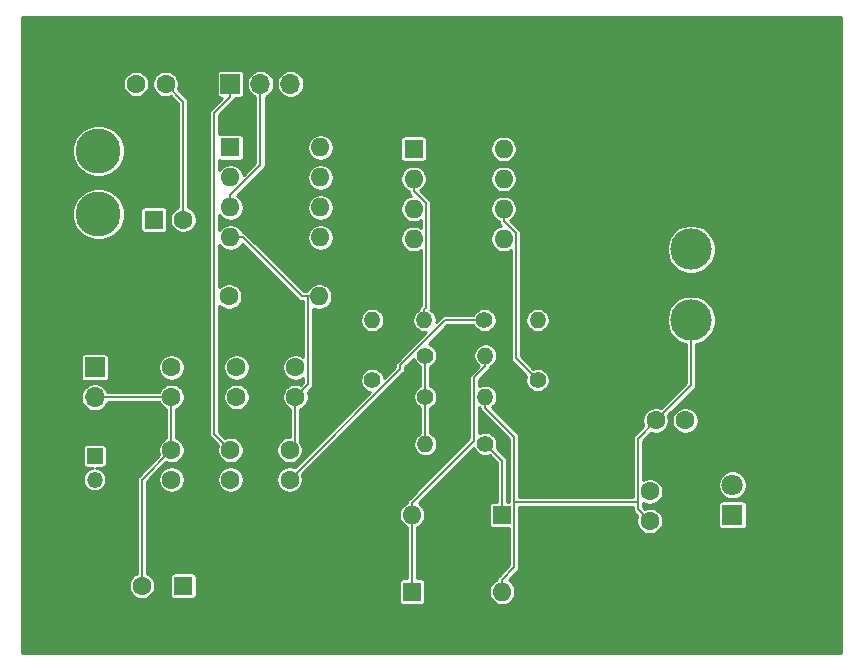
<source format=gbr>
%TF.GenerationSoftware,KiCad,Pcbnew,5.1.10*%
%TF.CreationDate,2021-06-28T11:49:32+02:00*%
%TF.ProjectId,9v-preamp,39762d70-7265-4616-9d70-2e6b69636164,rev?*%
%TF.SameCoordinates,Original*%
%TF.FileFunction,Copper,L2,Bot*%
%TF.FilePolarity,Positive*%
%FSLAX46Y46*%
G04 Gerber Fmt 4.6, Leading zero omitted, Abs format (unit mm)*
G04 Created by KiCad (PCBNEW 5.1.10) date 2021-06-28 11:49:32*
%MOMM*%
%LPD*%
G01*
G04 APERTURE LIST*
%TA.AperFunction,ComponentPad*%
%ADD10C,3.800000*%
%TD*%
%TA.AperFunction,ComponentPad*%
%ADD11C,1.600000*%
%TD*%
%TA.AperFunction,ComponentPad*%
%ADD12O,1.600000X1.600000*%
%TD*%
%TA.AperFunction,ComponentPad*%
%ADD13O,1.700000X1.700000*%
%TD*%
%TA.AperFunction,ComponentPad*%
%ADD14R,1.700000X1.700000*%
%TD*%
%TA.AperFunction,ComponentPad*%
%ADD15R,1.350000X1.350000*%
%TD*%
%TA.AperFunction,ComponentPad*%
%ADD16O,1.350000X1.350000*%
%TD*%
%TA.AperFunction,ComponentPad*%
%ADD17R,1.800000X1.800000*%
%TD*%
%TA.AperFunction,ComponentPad*%
%ADD18C,1.800000*%
%TD*%
%TA.AperFunction,ComponentPad*%
%ADD19R,1.600000X1.600000*%
%TD*%
%TA.AperFunction,ComponentPad*%
%ADD20C,3.500000*%
%TD*%
%TA.AperFunction,ComponentPad*%
%ADD21C,1.400000*%
%TD*%
%TA.AperFunction,ComponentPad*%
%ADD22O,1.400000X1.400000*%
%TD*%
%TA.AperFunction,ViaPad*%
%ADD23C,0.800000*%
%TD*%
%TA.AperFunction,Conductor*%
%ADD24C,0.200000*%
%TD*%
%TA.AperFunction,Conductor*%
%ADD25C,0.254000*%
%TD*%
%TA.AperFunction,Conductor*%
%ADD26C,0.100000*%
%TD*%
G04 APERTURE END LIST*
D10*
%TO.P,J8,1*%
%TO.N,Earth*%
X45500000Y-89000000D03*
%TD*%
%TO.P,J9,1*%
%TO.N,Earth*%
X107000000Y-89000000D03*
%TD*%
%TO.P,J7,1*%
%TO.N,Earth*%
X107000000Y-135500000D03*
%TD*%
%TO.P,J6,1*%
%TO.N,Earth*%
X45500000Y-135500000D03*
%TD*%
D11*
%TO.P,R1,1*%
%TO.N,Net-(C7-Pad1)*%
X58880000Y-109000000D03*
D12*
%TO.P,R1,2*%
%TO.N,GND*%
X66500000Y-109000000D03*
%TD*%
D11*
%TO.P,C7,1*%
%TO.N,Net-(C7-Pad1)*%
X51000000Y-91000000D03*
%TO.P,C7,2*%
%TO.N,Net-(C1-Pad2)*%
X53500000Y-91000000D03*
%TD*%
D13*
%TO.P,BT1,2*%
%TO.N,GND*%
X47500000Y-117540000D03*
D14*
%TO.P,BT1,1*%
%TO.N,Net-(BT1-Pad1)*%
X47500000Y-115000000D03*
%TD*%
D11*
%TO.P,C4,2*%
%TO.N,GND*%
X54000000Y-117500000D03*
%TO.P,C4,1*%
%TO.N,Net-(C2-Pad2)*%
X54000000Y-115000000D03*
%TD*%
%TO.P,C2,2*%
%TO.N,Net-(C2-Pad2)*%
X97500000Y-119500000D03*
%TO.P,C2,1*%
%TO.N,GND*%
X95000000Y-119500000D03*
%TD*%
%TO.P,C3,1*%
%TO.N,GND*%
X94500000Y-128000000D03*
%TO.P,C3,2*%
%TO.N,Net-(C2-Pad2)*%
X94500000Y-125500000D03*
%TD*%
D15*
%TO.P,SW1,1*%
%TO.N,Net-(BT1-Pad1)*%
X47500000Y-122500000D03*
D16*
%TO.P,SW1,2*%
%TO.N,Net-(C2-Pad2)*%
X47500000Y-124500000D03*
%TD*%
D10*
%TO.P,J2,1*%
%TO.N,GND*%
X47825000Y-96675000D03*
%TD*%
%TO.P,J1,1*%
%TO.N,Net-(C1-Pad1)*%
X47825000Y-102025000D03*
%TD*%
D14*
%TO.P,RV1,1*%
%TO.N,+out*%
X59000000Y-91000000D03*
D13*
%TO.P,RV1,2*%
%TO.N,Net-(RV1-Pad2)*%
X61540000Y-91000000D03*
%TO.P,RV1,3*%
%TO.N,GND*%
X64080000Y-91000000D03*
%TD*%
D17*
%TO.P,D1,1*%
%TO.N,GND*%
X101500000Y-127500000D03*
D18*
%TO.P,D1,2*%
%TO.N,Net-(C2-Pad2)*%
X101500000Y-124960000D03*
%TD*%
D11*
%TO.P,C6,1*%
%TO.N,GND*%
X54000000Y-122000000D03*
%TO.P,C6,2*%
%TO.N,Net-(C2-Pad2)*%
X54000000Y-124500000D03*
%TD*%
D19*
%TO.P,C1,1*%
%TO.N,Net-(C1-Pad1)*%
X52500000Y-102500000D03*
D11*
%TO.P,C1,2*%
%TO.N,Net-(C1-Pad2)*%
X55000000Y-102500000D03*
%TD*%
D19*
%TO.P,C5,1*%
%TO.N,Net-(C2-Pad2)*%
X55000000Y-133500000D03*
D11*
%TO.P,C5,2*%
%TO.N,GND*%
X51500000Y-133500000D03*
%TD*%
%TO.P,C8,1*%
%TO.N,VCC*%
X59500000Y-115000000D03*
%TO.P,C8,2*%
%TO.N,GND*%
X59500000Y-117500000D03*
%TD*%
%TO.P,C9,2*%
%TO.N,Net-(C9-Pad2)*%
X59000000Y-124500000D03*
%TO.P,C9,1*%
%TO.N,+out*%
X59000000Y-122000000D03*
%TD*%
%TO.P,C10,2*%
%TO.N,Net-(C10-Pad2)*%
X64000000Y-124500000D03*
%TO.P,C10,1*%
%TO.N,GND*%
X64000000Y-122000000D03*
%TD*%
%TO.P,C11,1*%
%TO.N,Net-(C11-Pad1)*%
X64500000Y-115000000D03*
%TO.P,C11,2*%
%TO.N,GND*%
X64500000Y-117500000D03*
%TD*%
D12*
%TO.P,D2,2*%
%TO.N,Net-(D2-Pad2)*%
X74380000Y-127500000D03*
D19*
%TO.P,D2,1*%
%TO.N,VCC*%
X82000000Y-127500000D03*
%TD*%
%TO.P,D3,1*%
%TO.N,Net-(D2-Pad2)*%
X74380000Y-134000000D03*
D12*
%TO.P,D3,2*%
%TO.N,GND*%
X82000000Y-134000000D03*
%TD*%
D20*
%TO.P,J3,1*%
%TO.N,Net-(D2-Pad2)*%
X98000000Y-105000000D03*
%TD*%
%TO.P,J4,1*%
%TO.N,GND*%
X98000000Y-111000000D03*
%TD*%
D10*
%TO.P,J5,1*%
%TO.N,Earth*%
X98000000Y-99500000D03*
%TD*%
D21*
%TO.P,R2,1*%
%TO.N,VCC*%
X80580000Y-121500000D03*
D22*
%TO.P,R2,2*%
%TO.N,Net-(C11-Pad1)*%
X75500000Y-121500000D03*
%TD*%
%TO.P,R3,2*%
%TO.N,Net-(D2-Pad2)*%
X80580000Y-114000000D03*
D21*
%TO.P,R3,1*%
%TO.N,Net-(C11-Pad1)*%
X75500000Y-114000000D03*
%TD*%
D22*
%TO.P,R4,2*%
%TO.N,Net-(R4-Pad2)*%
X71000000Y-111000000D03*
D21*
%TO.P,R4,1*%
%TO.N,Net-(C9-Pad2)*%
X71000000Y-116080000D03*
%TD*%
%TO.P,R5,1*%
%TO.N,Net-(C10-Pad2)*%
X80500000Y-111000000D03*
D22*
%TO.P,R5,2*%
%TO.N,Net-(R5-Pad2)*%
X75420000Y-111000000D03*
%TD*%
%TO.P,R6,2*%
%TO.N,GND*%
X80580000Y-117500000D03*
D21*
%TO.P,R6,1*%
%TO.N,Net-(C11-Pad1)*%
X75500000Y-117500000D03*
%TD*%
%TO.P,R7,1*%
%TO.N,Net-(R4-Pad2)*%
X85000000Y-116080000D03*
D22*
%TO.P,R7,2*%
%TO.N,Net-(R5-Pad2)*%
X85000000Y-111000000D03*
%TD*%
D19*
%TO.P,U2,1*%
%TO.N,Net-(U2-Pad1)*%
X74500000Y-96500000D03*
D12*
%TO.P,U2,5*%
%TO.N,Net-(U2-Pad5)*%
X82120000Y-104120000D03*
%TO.P,U2,2*%
%TO.N,Net-(R5-Pad2)*%
X74500000Y-99040000D03*
%TO.P,U2,6*%
%TO.N,Net-(R4-Pad2)*%
X82120000Y-101580000D03*
%TO.P,U2,3*%
%TO.N,Net-(D2-Pad2)*%
X74500000Y-101580000D03*
%TO.P,U2,7*%
%TO.N,VCC*%
X82120000Y-99040000D03*
%TO.P,U2,4*%
%TO.N,V-*%
X74500000Y-104120000D03*
%TO.P,U2,8*%
%TO.N,Net-(U2-Pad8)*%
X82120000Y-96500000D03*
%TD*%
D19*
%TO.P,U1,1*%
%TO.N,Net-(U1-Pad1)*%
X59000000Y-96380000D03*
D12*
%TO.P,U1,5*%
%TO.N,Net-(C1-Pad2)*%
X66620000Y-104000000D03*
%TO.P,U1,2*%
%TO.N,GND*%
X59000000Y-98920000D03*
%TO.P,U1,6*%
%TO.N,VCC*%
X66620000Y-101460000D03*
%TO.P,U1,3*%
%TO.N,Net-(RV1-Pad2)*%
X59000000Y-101460000D03*
%TO.P,U1,7*%
%TO.N,Net-(U1-Pad7)*%
X66620000Y-98920000D03*
%TO.P,U1,4*%
%TO.N,GND*%
X59000000Y-104000000D03*
%TO.P,U1,8*%
%TO.N,Net-(U1-Pad8)*%
X66620000Y-96380000D03*
%TD*%
D23*
%TO.N,Earth*%
X56000000Y-120000000D03*
X51500000Y-98000000D03*
X80500000Y-119500000D03*
%TD*%
D24*
%TO.N,GND*%
X64500000Y-117500000D02*
X65593200Y-116406800D01*
X65593200Y-116406800D02*
X65593200Y-109000000D01*
X64000000Y-122000000D02*
X64500000Y-121500000D01*
X64500000Y-121500000D02*
X64500000Y-117500000D01*
X65593200Y-109000000D02*
X66500000Y-109000000D01*
X60030300Y-104000000D02*
X65030300Y-109000000D01*
X65030300Y-109000000D02*
X65593200Y-109000000D01*
X59000000Y-104000000D02*
X60030300Y-104000000D01*
X83030400Y-126410000D02*
X83030400Y-120880700D01*
X83030400Y-120880700D02*
X80580000Y-118430300D01*
X82000000Y-132969700D02*
X83030400Y-131939300D01*
X83030400Y-131939300D02*
X83030400Y-126410000D01*
X93469600Y-126410000D02*
X93469600Y-121030400D01*
X93469600Y-121030400D02*
X95000000Y-119500000D01*
X94500000Y-128000000D02*
X93469600Y-126969600D01*
X93469600Y-126969600D02*
X93469600Y-126410000D01*
X83030400Y-126410000D02*
X93469600Y-126410000D01*
X54000000Y-117540000D02*
X54000000Y-117500000D01*
X54000000Y-122000000D02*
X54000000Y-117540000D01*
X54000000Y-117540000D02*
X48580300Y-117540000D01*
X47500000Y-117540000D02*
X48580300Y-117540000D01*
X51500000Y-133500000D02*
X51500000Y-124500000D01*
X51500000Y-124500000D02*
X54000000Y-122000000D01*
X80580000Y-117500000D02*
X80580000Y-118430300D01*
X82000000Y-134000000D02*
X82000000Y-132969700D01*
X98000000Y-111000000D02*
X98000000Y-116500000D01*
X98000000Y-116500000D02*
X95000000Y-119500000D01*
%TO.N,Net-(C10-Pad2)*%
X80500000Y-111000000D02*
X77184200Y-111000000D01*
X77184200Y-111000000D02*
X73349600Y-114834600D01*
X73349600Y-114834600D02*
X73349600Y-115150400D01*
X73349600Y-115150400D02*
X64000000Y-124500000D01*
%TO.N,Net-(R5-Pad2)*%
X75420000Y-111000000D02*
X75420000Y-110069700D01*
X74500000Y-99040000D02*
X74500000Y-100070300D01*
X74500000Y-100070300D02*
X75530300Y-101100600D01*
X75530300Y-101100600D02*
X75530300Y-109959400D01*
X75530300Y-109959400D02*
X75420000Y-110069700D01*
%TO.N,VCC*%
X80580000Y-121500000D02*
X82000000Y-122920000D01*
X82000000Y-122920000D02*
X82000000Y-127500000D01*
%TO.N,Net-(C11-Pad1)*%
X75500000Y-117500000D02*
X75500000Y-121500000D01*
X75500000Y-114000000D02*
X75500000Y-117500000D01*
%TO.N,Net-(RV1-Pad2)*%
X59000000Y-101460000D02*
X59000000Y-100429700D01*
X59000000Y-100429700D02*
X61540000Y-97889700D01*
X61540000Y-97889700D02*
X61540000Y-91000000D01*
%TO.N,Net-(C1-Pad2)*%
X55000000Y-102500000D02*
X55000000Y-92500000D01*
X55000000Y-92500000D02*
X53500000Y-91000000D01*
%TO.N,+out*%
X59000000Y-91000000D02*
X59000000Y-92080300D01*
X59000000Y-122000000D02*
X57634200Y-120634200D01*
X57634200Y-120634200D02*
X57634200Y-93446100D01*
X57634200Y-93446100D02*
X59000000Y-92080300D01*
%TO.N,Net-(D2-Pad2)*%
X74380000Y-127500000D02*
X74380000Y-126469700D01*
X80580000Y-114000000D02*
X80580000Y-114930300D01*
X80580000Y-114930300D02*
X79649700Y-115860600D01*
X79649700Y-115860600D02*
X79649700Y-121200000D01*
X79649700Y-121200000D02*
X74380000Y-126469700D01*
X74380000Y-134000000D02*
X74380000Y-127500000D01*
%TO.N,Net-(R4-Pad2)*%
X82120000Y-101580000D02*
X82120000Y-102610300D01*
X82120000Y-102610300D02*
X83150300Y-103640600D01*
X83150300Y-103640600D02*
X83150300Y-114230300D01*
X83150300Y-114230300D02*
X85000000Y-116080000D01*
%TD*%
D25*
%TO.N,Earth*%
X110648001Y-139148000D02*
X41352000Y-139148000D01*
X41352000Y-121825000D01*
X46496418Y-121825000D01*
X46496418Y-123175000D01*
X46502732Y-123239103D01*
X46521430Y-123300743D01*
X46551794Y-123357550D01*
X46592657Y-123407343D01*
X46642450Y-123448206D01*
X46699257Y-123478570D01*
X46760897Y-123497268D01*
X46825000Y-123503582D01*
X47373250Y-123503582D01*
X47207727Y-123536507D01*
X47025375Y-123612039D01*
X46861262Y-123721696D01*
X46721696Y-123861262D01*
X46612039Y-124025375D01*
X46536507Y-124207727D01*
X46498000Y-124401312D01*
X46498000Y-124598688D01*
X46536507Y-124792273D01*
X46612039Y-124974625D01*
X46721696Y-125138738D01*
X46861262Y-125278304D01*
X47025375Y-125387961D01*
X47207727Y-125463493D01*
X47401312Y-125502000D01*
X47598688Y-125502000D01*
X47792273Y-125463493D01*
X47974625Y-125387961D01*
X48138738Y-125278304D01*
X48278304Y-125138738D01*
X48387961Y-124974625D01*
X48463493Y-124792273D01*
X48502000Y-124598688D01*
X48502000Y-124401312D01*
X48463493Y-124207727D01*
X48387961Y-124025375D01*
X48278304Y-123861262D01*
X48138738Y-123721696D01*
X47974625Y-123612039D01*
X47792273Y-123536507D01*
X47626750Y-123503582D01*
X48175000Y-123503582D01*
X48239103Y-123497268D01*
X48300743Y-123478570D01*
X48357550Y-123448206D01*
X48407343Y-123407343D01*
X48448206Y-123357550D01*
X48478570Y-123300743D01*
X48497268Y-123239103D01*
X48503582Y-123175000D01*
X48503582Y-121825000D01*
X48497268Y-121760897D01*
X48478570Y-121699257D01*
X48448206Y-121642450D01*
X48407343Y-121592657D01*
X48357550Y-121551794D01*
X48300743Y-121521430D01*
X48239103Y-121502732D01*
X48175000Y-121496418D01*
X46825000Y-121496418D01*
X46760897Y-121502732D01*
X46699257Y-121521430D01*
X46642450Y-121551794D01*
X46592657Y-121592657D01*
X46551794Y-121642450D01*
X46521430Y-121699257D01*
X46502732Y-121760897D01*
X46496418Y-121825000D01*
X41352000Y-121825000D01*
X41352000Y-117424076D01*
X46323000Y-117424076D01*
X46323000Y-117655924D01*
X46368231Y-117883318D01*
X46456956Y-118097519D01*
X46585764Y-118290294D01*
X46749706Y-118454236D01*
X46942481Y-118583044D01*
X47156682Y-118671769D01*
X47384076Y-118717000D01*
X47615924Y-118717000D01*
X47843318Y-118671769D01*
X48057519Y-118583044D01*
X48250294Y-118454236D01*
X48414236Y-118290294D01*
X48543044Y-118097519D01*
X48597107Y-117967000D01*
X52973582Y-117967000D01*
X53001266Y-118033835D01*
X53124602Y-118218421D01*
X53281579Y-118375398D01*
X53466165Y-118498734D01*
X53573001Y-118542987D01*
X53573000Y-120957013D01*
X53466165Y-121001266D01*
X53281579Y-121124602D01*
X53124602Y-121281579D01*
X53001266Y-121466165D01*
X52916310Y-121671266D01*
X52873000Y-121889000D01*
X52873000Y-122111000D01*
X52916310Y-122328734D01*
X52960563Y-122435569D01*
X51212896Y-124183236D01*
X51196606Y-124196605D01*
X51183237Y-124212895D01*
X51183232Y-124212900D01*
X51143245Y-124261624D01*
X51103596Y-124335804D01*
X51090554Y-124378798D01*
X51079179Y-124416294D01*
X51070935Y-124500000D01*
X51073001Y-124520977D01*
X51073000Y-132457013D01*
X50966165Y-132501266D01*
X50781579Y-132624602D01*
X50624602Y-132781579D01*
X50501266Y-132966165D01*
X50416310Y-133171266D01*
X50373000Y-133389000D01*
X50373000Y-133611000D01*
X50416310Y-133828734D01*
X50501266Y-134033835D01*
X50624602Y-134218421D01*
X50781579Y-134375398D01*
X50966165Y-134498734D01*
X51171266Y-134583690D01*
X51389000Y-134627000D01*
X51611000Y-134627000D01*
X51828734Y-134583690D01*
X52033835Y-134498734D01*
X52218421Y-134375398D01*
X52375398Y-134218421D01*
X52498734Y-134033835D01*
X52583690Y-133828734D01*
X52627000Y-133611000D01*
X52627000Y-133389000D01*
X52583690Y-133171266D01*
X52498734Y-132966165D01*
X52375398Y-132781579D01*
X52293819Y-132700000D01*
X53871418Y-132700000D01*
X53871418Y-134300000D01*
X53877732Y-134364103D01*
X53896430Y-134425743D01*
X53926794Y-134482550D01*
X53967657Y-134532343D01*
X54017450Y-134573206D01*
X54074257Y-134603570D01*
X54135897Y-134622268D01*
X54200000Y-134628582D01*
X55800000Y-134628582D01*
X55864103Y-134622268D01*
X55925743Y-134603570D01*
X55982550Y-134573206D01*
X56032343Y-134532343D01*
X56073206Y-134482550D01*
X56103570Y-134425743D01*
X56122268Y-134364103D01*
X56128582Y-134300000D01*
X56128582Y-133200000D01*
X73251418Y-133200000D01*
X73251418Y-134800000D01*
X73257732Y-134864103D01*
X73276430Y-134925743D01*
X73306794Y-134982550D01*
X73347657Y-135032343D01*
X73397450Y-135073206D01*
X73454257Y-135103570D01*
X73515897Y-135122268D01*
X73580000Y-135128582D01*
X75180000Y-135128582D01*
X75244103Y-135122268D01*
X75305743Y-135103570D01*
X75362550Y-135073206D01*
X75412343Y-135032343D01*
X75453206Y-134982550D01*
X75483570Y-134925743D01*
X75502268Y-134864103D01*
X75508582Y-134800000D01*
X75508582Y-133200000D01*
X75502268Y-133135897D01*
X75483570Y-133074257D01*
X75453206Y-133017450D01*
X75412343Y-132967657D01*
X75362550Y-132926794D01*
X75305743Y-132896430D01*
X75244103Y-132877732D01*
X75180000Y-132871418D01*
X74807000Y-132871418D01*
X74807000Y-128542987D01*
X74913835Y-128498734D01*
X75098421Y-128375398D01*
X75255398Y-128218421D01*
X75378734Y-128033835D01*
X75463690Y-127828734D01*
X75507000Y-127611000D01*
X75507000Y-127389000D01*
X75463690Y-127171266D01*
X75378734Y-126966165D01*
X75255398Y-126781579D01*
X75098421Y-126624602D01*
X74936894Y-126516674D01*
X79610491Y-121843079D01*
X79669885Y-121986467D01*
X79782277Y-122154674D01*
X79925326Y-122297723D01*
X80093533Y-122410115D01*
X80280435Y-122487533D01*
X80478849Y-122527000D01*
X80681151Y-122527000D01*
X80879565Y-122487533D01*
X80939032Y-122462901D01*
X81573000Y-123096870D01*
X81573001Y-126371418D01*
X81200000Y-126371418D01*
X81135897Y-126377732D01*
X81074257Y-126396430D01*
X81017450Y-126426794D01*
X80967657Y-126467657D01*
X80926794Y-126517450D01*
X80896430Y-126574257D01*
X80877732Y-126635897D01*
X80871418Y-126700000D01*
X80871418Y-128300000D01*
X80877732Y-128364103D01*
X80896430Y-128425743D01*
X80926794Y-128482550D01*
X80967657Y-128532343D01*
X81017450Y-128573206D01*
X81074257Y-128603570D01*
X81135897Y-128622268D01*
X81200000Y-128628582D01*
X82603401Y-128628582D01*
X82603400Y-131762431D01*
X81712895Y-132652937D01*
X81696606Y-132666305D01*
X81683237Y-132682595D01*
X81683232Y-132682600D01*
X81643245Y-132731324D01*
X81616384Y-132781579D01*
X81603596Y-132805504D01*
X81583601Y-132871418D01*
X81579179Y-132885994D01*
X81572150Y-132957365D01*
X81466165Y-133001266D01*
X81281579Y-133124602D01*
X81124602Y-133281579D01*
X81001266Y-133466165D01*
X80916310Y-133671266D01*
X80873000Y-133889000D01*
X80873000Y-134111000D01*
X80916310Y-134328734D01*
X81001266Y-134533835D01*
X81124602Y-134718421D01*
X81281579Y-134875398D01*
X81466165Y-134998734D01*
X81671266Y-135083690D01*
X81889000Y-135127000D01*
X82111000Y-135127000D01*
X82328734Y-135083690D01*
X82533835Y-134998734D01*
X82718421Y-134875398D01*
X82875398Y-134718421D01*
X82998734Y-134533835D01*
X83083690Y-134328734D01*
X83127000Y-134111000D01*
X83127000Y-133889000D01*
X83083690Y-133671266D01*
X82998734Y-133466165D01*
X82875398Y-133281579D01*
X82718421Y-133124602D01*
X82556894Y-133016674D01*
X83317506Y-132256063D01*
X83333795Y-132242695D01*
X83347164Y-132226405D01*
X83347168Y-132226401D01*
X83387156Y-132177677D01*
X83426805Y-132103497D01*
X83432488Y-132084763D01*
X83451222Y-132023007D01*
X83457400Y-131960278D01*
X83457400Y-131960267D01*
X83459465Y-131939300D01*
X83457400Y-131918333D01*
X83457400Y-126837000D01*
X93042600Y-126837000D01*
X93042600Y-126948632D01*
X93040535Y-126969600D01*
X93042600Y-126990567D01*
X93042600Y-126990577D01*
X93048778Y-127053306D01*
X93073195Y-127133795D01*
X93073196Y-127133796D01*
X93112845Y-127207976D01*
X93152832Y-127256700D01*
X93166205Y-127272995D01*
X93182500Y-127286368D01*
X93460563Y-127564431D01*
X93416310Y-127671266D01*
X93373000Y-127889000D01*
X93373000Y-128111000D01*
X93416310Y-128328734D01*
X93501266Y-128533835D01*
X93624602Y-128718421D01*
X93781579Y-128875398D01*
X93966165Y-128998734D01*
X94171266Y-129083690D01*
X94389000Y-129127000D01*
X94611000Y-129127000D01*
X94828734Y-129083690D01*
X95033835Y-128998734D01*
X95218421Y-128875398D01*
X95375398Y-128718421D01*
X95498734Y-128533835D01*
X95583690Y-128328734D01*
X95627000Y-128111000D01*
X95627000Y-127889000D01*
X95583690Y-127671266D01*
X95498734Y-127466165D01*
X95375398Y-127281579D01*
X95218421Y-127124602D01*
X95033835Y-127001266D01*
X94828734Y-126916310D01*
X94611000Y-126873000D01*
X94389000Y-126873000D01*
X94171266Y-126916310D01*
X94064431Y-126960563D01*
X93896600Y-126792732D01*
X93896600Y-126452252D01*
X93966165Y-126498734D01*
X94171266Y-126583690D01*
X94389000Y-126627000D01*
X94611000Y-126627000D01*
X94746738Y-126600000D01*
X100271418Y-126600000D01*
X100271418Y-128400000D01*
X100277732Y-128464103D01*
X100296430Y-128525743D01*
X100326794Y-128582550D01*
X100367657Y-128632343D01*
X100417450Y-128673206D01*
X100474257Y-128703570D01*
X100535897Y-128722268D01*
X100600000Y-128728582D01*
X102400000Y-128728582D01*
X102464103Y-128722268D01*
X102525743Y-128703570D01*
X102582550Y-128673206D01*
X102632343Y-128632343D01*
X102673206Y-128582550D01*
X102703570Y-128525743D01*
X102722268Y-128464103D01*
X102728582Y-128400000D01*
X102728582Y-126600000D01*
X102722268Y-126535897D01*
X102703570Y-126474257D01*
X102673206Y-126417450D01*
X102632343Y-126367657D01*
X102582550Y-126326794D01*
X102525743Y-126296430D01*
X102464103Y-126277732D01*
X102400000Y-126271418D01*
X100600000Y-126271418D01*
X100535897Y-126277732D01*
X100474257Y-126296430D01*
X100417450Y-126326794D01*
X100367657Y-126367657D01*
X100326794Y-126417450D01*
X100296430Y-126474257D01*
X100277732Y-126535897D01*
X100271418Y-126600000D01*
X94746738Y-126600000D01*
X94828734Y-126583690D01*
X95033835Y-126498734D01*
X95218421Y-126375398D01*
X95375398Y-126218421D01*
X95498734Y-126033835D01*
X95583690Y-125828734D01*
X95627000Y-125611000D01*
X95627000Y-125389000D01*
X95583690Y-125171266D01*
X95498734Y-124966165D01*
X95413867Y-124839151D01*
X100273000Y-124839151D01*
X100273000Y-125080849D01*
X100320153Y-125317903D01*
X100412647Y-125541202D01*
X100546927Y-125742167D01*
X100717833Y-125913073D01*
X100918798Y-126047353D01*
X101142097Y-126139847D01*
X101379151Y-126187000D01*
X101620849Y-126187000D01*
X101857903Y-126139847D01*
X102081202Y-126047353D01*
X102282167Y-125913073D01*
X102453073Y-125742167D01*
X102587353Y-125541202D01*
X102679847Y-125317903D01*
X102727000Y-125080849D01*
X102727000Y-124839151D01*
X102679847Y-124602097D01*
X102587353Y-124378798D01*
X102453073Y-124177833D01*
X102282167Y-124006927D01*
X102081202Y-123872647D01*
X101857903Y-123780153D01*
X101620849Y-123733000D01*
X101379151Y-123733000D01*
X101142097Y-123780153D01*
X100918798Y-123872647D01*
X100717833Y-124006927D01*
X100546927Y-124177833D01*
X100412647Y-124378798D01*
X100320153Y-124602097D01*
X100273000Y-124839151D01*
X95413867Y-124839151D01*
X95375398Y-124781579D01*
X95218421Y-124624602D01*
X95033835Y-124501266D01*
X94828734Y-124416310D01*
X94611000Y-124373000D01*
X94389000Y-124373000D01*
X94171266Y-124416310D01*
X93966165Y-124501266D01*
X93896600Y-124547748D01*
X93896600Y-121207268D01*
X94564431Y-120539437D01*
X94671266Y-120583690D01*
X94889000Y-120627000D01*
X95111000Y-120627000D01*
X95328734Y-120583690D01*
X95533835Y-120498734D01*
X95718421Y-120375398D01*
X95875398Y-120218421D01*
X95998734Y-120033835D01*
X96083690Y-119828734D01*
X96127000Y-119611000D01*
X96127000Y-119389000D01*
X96373000Y-119389000D01*
X96373000Y-119611000D01*
X96416310Y-119828734D01*
X96501266Y-120033835D01*
X96624602Y-120218421D01*
X96781579Y-120375398D01*
X96966165Y-120498734D01*
X97171266Y-120583690D01*
X97389000Y-120627000D01*
X97611000Y-120627000D01*
X97828734Y-120583690D01*
X98033835Y-120498734D01*
X98218421Y-120375398D01*
X98375398Y-120218421D01*
X98498734Y-120033835D01*
X98583690Y-119828734D01*
X98627000Y-119611000D01*
X98627000Y-119389000D01*
X98583690Y-119171266D01*
X98498734Y-118966165D01*
X98375398Y-118781579D01*
X98218421Y-118624602D01*
X98033835Y-118501266D01*
X97828734Y-118416310D01*
X97611000Y-118373000D01*
X97389000Y-118373000D01*
X97171266Y-118416310D01*
X96966165Y-118501266D01*
X96781579Y-118624602D01*
X96624602Y-118781579D01*
X96501266Y-118966165D01*
X96416310Y-119171266D01*
X96373000Y-119389000D01*
X96127000Y-119389000D01*
X96083690Y-119171266D01*
X96039437Y-119064431D01*
X98287105Y-116816764D01*
X98303395Y-116803395D01*
X98316764Y-116787105D01*
X98316768Y-116787101D01*
X98356756Y-116738377D01*
X98396404Y-116664197D01*
X98396405Y-116664196D01*
X98420822Y-116583707D01*
X98427000Y-116520978D01*
X98427000Y-116520967D01*
X98429065Y-116500000D01*
X98427000Y-116479033D01*
X98427000Y-113032755D01*
X98605839Y-112997182D01*
X98983829Y-112840614D01*
X99324011Y-112613311D01*
X99613311Y-112324011D01*
X99840614Y-111983829D01*
X99997182Y-111605839D01*
X100077000Y-111204567D01*
X100077000Y-110795433D01*
X99997182Y-110394161D01*
X99840614Y-110016171D01*
X99613311Y-109675989D01*
X99324011Y-109386689D01*
X98983829Y-109159386D01*
X98605839Y-109002818D01*
X98204567Y-108923000D01*
X97795433Y-108923000D01*
X97394161Y-109002818D01*
X97016171Y-109159386D01*
X96675989Y-109386689D01*
X96386689Y-109675989D01*
X96159386Y-110016171D01*
X96002818Y-110394161D01*
X95923000Y-110795433D01*
X95923000Y-111204567D01*
X96002818Y-111605839D01*
X96159386Y-111983829D01*
X96386689Y-112324011D01*
X96675989Y-112613311D01*
X97016171Y-112840614D01*
X97394161Y-112997182D01*
X97573000Y-113032755D01*
X97573001Y-116323130D01*
X95435569Y-118460563D01*
X95328734Y-118416310D01*
X95111000Y-118373000D01*
X94889000Y-118373000D01*
X94671266Y-118416310D01*
X94466165Y-118501266D01*
X94281579Y-118624602D01*
X94124602Y-118781579D01*
X94001266Y-118966165D01*
X93916310Y-119171266D01*
X93873000Y-119389000D01*
X93873000Y-119611000D01*
X93916310Y-119828734D01*
X93960563Y-119935569D01*
X93182495Y-120713636D01*
X93166206Y-120727005D01*
X93152837Y-120743295D01*
X93152832Y-120743300D01*
X93112845Y-120792024D01*
X93076661Y-120859722D01*
X93073196Y-120866204D01*
X93048779Y-120946693D01*
X93044420Y-120990955D01*
X93040535Y-121030400D01*
X93042601Y-121051377D01*
X93042600Y-125983000D01*
X83457400Y-125983000D01*
X83457400Y-120901667D01*
X83459465Y-120880700D01*
X83457400Y-120859733D01*
X83457400Y-120859722D01*
X83451222Y-120796993D01*
X83426805Y-120716504D01*
X83408348Y-120681973D01*
X83387155Y-120642323D01*
X83347168Y-120593599D01*
X83347164Y-120593595D01*
X83333795Y-120577305D01*
X83317505Y-120563936D01*
X81124744Y-118371176D01*
X81234674Y-118297723D01*
X81377723Y-118154674D01*
X81490115Y-117986467D01*
X81567533Y-117799565D01*
X81607000Y-117601151D01*
X81607000Y-117398849D01*
X81567533Y-117200435D01*
X81490115Y-117013533D01*
X81377723Y-116845326D01*
X81234674Y-116702277D01*
X81066467Y-116589885D01*
X80879565Y-116512467D01*
X80681151Y-116473000D01*
X80478849Y-116473000D01*
X80280435Y-116512467D01*
X80093533Y-116589885D01*
X80076700Y-116601132D01*
X80076700Y-116037468D01*
X80867105Y-115247064D01*
X80883395Y-115233695D01*
X80896764Y-115217405D01*
X80896768Y-115217401D01*
X80936755Y-115168677D01*
X80976404Y-115094497D01*
X80976405Y-115094496D01*
X81000822Y-115014007D01*
X81007000Y-114951278D01*
X81007000Y-114951267D01*
X81008696Y-114934045D01*
X81066467Y-114910115D01*
X81234674Y-114797723D01*
X81377723Y-114654674D01*
X81490115Y-114486467D01*
X81567533Y-114299565D01*
X81607000Y-114101151D01*
X81607000Y-113898849D01*
X81567533Y-113700435D01*
X81490115Y-113513533D01*
X81377723Y-113345326D01*
X81234674Y-113202277D01*
X81066467Y-113089885D01*
X80879565Y-113012467D01*
X80681151Y-112973000D01*
X80478849Y-112973000D01*
X80280435Y-113012467D01*
X80093533Y-113089885D01*
X79925326Y-113202277D01*
X79782277Y-113345326D01*
X79669885Y-113513533D01*
X79592467Y-113700435D01*
X79553000Y-113898849D01*
X79553000Y-114101151D01*
X79592467Y-114299565D01*
X79669885Y-114486467D01*
X79782277Y-114654674D01*
X79925326Y-114797723D01*
X80035256Y-114871176D01*
X79362600Y-115543832D01*
X79346305Y-115557205D01*
X79332933Y-115573499D01*
X79332932Y-115573500D01*
X79292945Y-115622224D01*
X79271752Y-115661874D01*
X79253295Y-115696405D01*
X79228878Y-115776894D01*
X79222700Y-115839623D01*
X79222700Y-115839633D01*
X79220635Y-115860600D01*
X79222700Y-115881567D01*
X79222701Y-121023129D01*
X74092896Y-126152936D01*
X74076606Y-126166305D01*
X74063237Y-126182595D01*
X74063232Y-126182600D01*
X74023245Y-126231324D01*
X74001815Y-126271418D01*
X73983596Y-126305504D01*
X73963601Y-126371418D01*
X73959179Y-126385994D01*
X73952150Y-126457365D01*
X73846165Y-126501266D01*
X73661579Y-126624602D01*
X73504602Y-126781579D01*
X73381266Y-126966165D01*
X73296310Y-127171266D01*
X73253000Y-127389000D01*
X73253000Y-127611000D01*
X73296310Y-127828734D01*
X73381266Y-128033835D01*
X73504602Y-128218421D01*
X73661579Y-128375398D01*
X73846165Y-128498734D01*
X73953001Y-128542987D01*
X73953000Y-132871418D01*
X73580000Y-132871418D01*
X73515897Y-132877732D01*
X73454257Y-132896430D01*
X73397450Y-132926794D01*
X73347657Y-132967657D01*
X73306794Y-133017450D01*
X73276430Y-133074257D01*
X73257732Y-133135897D01*
X73251418Y-133200000D01*
X56128582Y-133200000D01*
X56128582Y-132700000D01*
X56122268Y-132635897D01*
X56103570Y-132574257D01*
X56073206Y-132517450D01*
X56032343Y-132467657D01*
X55982550Y-132426794D01*
X55925743Y-132396430D01*
X55864103Y-132377732D01*
X55800000Y-132371418D01*
X54200000Y-132371418D01*
X54135897Y-132377732D01*
X54074257Y-132396430D01*
X54017450Y-132426794D01*
X53967657Y-132467657D01*
X53926794Y-132517450D01*
X53896430Y-132574257D01*
X53877732Y-132635897D01*
X53871418Y-132700000D01*
X52293819Y-132700000D01*
X52218421Y-132624602D01*
X52033835Y-132501266D01*
X51927000Y-132457013D01*
X51927000Y-124676868D01*
X52214868Y-124389000D01*
X52873000Y-124389000D01*
X52873000Y-124611000D01*
X52916310Y-124828734D01*
X53001266Y-125033835D01*
X53124602Y-125218421D01*
X53281579Y-125375398D01*
X53466165Y-125498734D01*
X53671266Y-125583690D01*
X53889000Y-125627000D01*
X54111000Y-125627000D01*
X54328734Y-125583690D01*
X54533835Y-125498734D01*
X54718421Y-125375398D01*
X54875398Y-125218421D01*
X54998734Y-125033835D01*
X55083690Y-124828734D01*
X55127000Y-124611000D01*
X55127000Y-124389000D01*
X57873000Y-124389000D01*
X57873000Y-124611000D01*
X57916310Y-124828734D01*
X58001266Y-125033835D01*
X58124602Y-125218421D01*
X58281579Y-125375398D01*
X58466165Y-125498734D01*
X58671266Y-125583690D01*
X58889000Y-125627000D01*
X59111000Y-125627000D01*
X59328734Y-125583690D01*
X59533835Y-125498734D01*
X59718421Y-125375398D01*
X59875398Y-125218421D01*
X59998734Y-125033835D01*
X60083690Y-124828734D01*
X60127000Y-124611000D01*
X60127000Y-124389000D01*
X62873000Y-124389000D01*
X62873000Y-124611000D01*
X62916310Y-124828734D01*
X63001266Y-125033835D01*
X63124602Y-125218421D01*
X63281579Y-125375398D01*
X63466165Y-125498734D01*
X63671266Y-125583690D01*
X63889000Y-125627000D01*
X64111000Y-125627000D01*
X64328734Y-125583690D01*
X64533835Y-125498734D01*
X64718421Y-125375398D01*
X64875398Y-125218421D01*
X64998734Y-125033835D01*
X65083690Y-124828734D01*
X65127000Y-124611000D01*
X65127000Y-124389000D01*
X65083690Y-124171266D01*
X65039437Y-124064431D01*
X73636705Y-115467164D01*
X73652995Y-115453795D01*
X73666364Y-115437505D01*
X73666368Y-115437501D01*
X73706355Y-115388777D01*
X73738448Y-115328734D01*
X73746005Y-115314596D01*
X73770422Y-115234107D01*
X73776600Y-115171378D01*
X73776600Y-115171368D01*
X73778665Y-115150401D01*
X73776600Y-115129434D01*
X73776600Y-115011468D01*
X74508491Y-114279577D01*
X74512467Y-114299565D01*
X74589885Y-114486467D01*
X74702277Y-114654674D01*
X74845326Y-114797723D01*
X75013533Y-114910115D01*
X75073000Y-114934747D01*
X75073001Y-116565252D01*
X75013533Y-116589885D01*
X74845326Y-116702277D01*
X74702277Y-116845326D01*
X74589885Y-117013533D01*
X74512467Y-117200435D01*
X74473000Y-117398849D01*
X74473000Y-117601151D01*
X74512467Y-117799565D01*
X74589885Y-117986467D01*
X74702277Y-118154674D01*
X74845326Y-118297723D01*
X75013533Y-118410115D01*
X75073000Y-118434747D01*
X75073001Y-120565252D01*
X75013533Y-120589885D01*
X74845326Y-120702277D01*
X74702277Y-120845326D01*
X74589885Y-121013533D01*
X74512467Y-121200435D01*
X74473000Y-121398849D01*
X74473000Y-121601151D01*
X74512467Y-121799565D01*
X74589885Y-121986467D01*
X74702277Y-122154674D01*
X74845326Y-122297723D01*
X75013533Y-122410115D01*
X75200435Y-122487533D01*
X75398849Y-122527000D01*
X75601151Y-122527000D01*
X75799565Y-122487533D01*
X75986467Y-122410115D01*
X76154674Y-122297723D01*
X76297723Y-122154674D01*
X76410115Y-121986467D01*
X76487533Y-121799565D01*
X76527000Y-121601151D01*
X76527000Y-121398849D01*
X76487533Y-121200435D01*
X76410115Y-121013533D01*
X76297723Y-120845326D01*
X76154674Y-120702277D01*
X75986467Y-120589885D01*
X75927000Y-120565253D01*
X75927000Y-118434747D01*
X75986467Y-118410115D01*
X76154674Y-118297723D01*
X76297723Y-118154674D01*
X76410115Y-117986467D01*
X76487533Y-117799565D01*
X76527000Y-117601151D01*
X76527000Y-117398849D01*
X76487533Y-117200435D01*
X76410115Y-117013533D01*
X76297723Y-116845326D01*
X76154674Y-116702277D01*
X75986467Y-116589885D01*
X75927000Y-116565253D01*
X75927000Y-114934747D01*
X75986467Y-114910115D01*
X76154674Y-114797723D01*
X76297723Y-114654674D01*
X76410115Y-114486467D01*
X76487533Y-114299565D01*
X76527000Y-114101151D01*
X76527000Y-113898849D01*
X76487533Y-113700435D01*
X76410115Y-113513533D01*
X76297723Y-113345326D01*
X76154674Y-113202277D01*
X75986467Y-113089885D01*
X75799565Y-113012467D01*
X75779578Y-113008491D01*
X77361070Y-111427000D01*
X79565253Y-111427000D01*
X79589885Y-111486467D01*
X79702277Y-111654674D01*
X79845326Y-111797723D01*
X80013533Y-111910115D01*
X80200435Y-111987533D01*
X80398849Y-112027000D01*
X80601151Y-112027000D01*
X80799565Y-111987533D01*
X80986467Y-111910115D01*
X81154674Y-111797723D01*
X81297723Y-111654674D01*
X81410115Y-111486467D01*
X81487533Y-111299565D01*
X81527000Y-111101151D01*
X81527000Y-110898849D01*
X81487533Y-110700435D01*
X81410115Y-110513533D01*
X81297723Y-110345326D01*
X81154674Y-110202277D01*
X80986467Y-110089885D01*
X80799565Y-110012467D01*
X80601151Y-109973000D01*
X80398849Y-109973000D01*
X80200435Y-110012467D01*
X80013533Y-110089885D01*
X79845326Y-110202277D01*
X79702277Y-110345326D01*
X79589885Y-110513533D01*
X79565253Y-110573000D01*
X77205164Y-110573000D01*
X77184199Y-110570935D01*
X77163234Y-110573000D01*
X77163222Y-110573000D01*
X77100493Y-110579178D01*
X77020004Y-110603595D01*
X76985473Y-110622052D01*
X76945823Y-110643245D01*
X76897098Y-110683232D01*
X76897089Y-110683241D01*
X76880805Y-110696605D01*
X76867441Y-110712889D01*
X76439010Y-111141320D01*
X76447000Y-111101151D01*
X76447000Y-110898849D01*
X76407533Y-110700435D01*
X76330115Y-110513533D01*
X76217723Y-110345326D01*
X76074674Y-110202277D01*
X75931797Y-110106810D01*
X75951122Y-110043107D01*
X75957300Y-109980378D01*
X75957300Y-109980367D01*
X75959365Y-109959400D01*
X75957300Y-109938433D01*
X75957300Y-101469000D01*
X80993000Y-101469000D01*
X80993000Y-101691000D01*
X81036310Y-101908734D01*
X81121266Y-102113835D01*
X81244602Y-102298421D01*
X81401579Y-102455398D01*
X81586165Y-102578734D01*
X81692150Y-102622635D01*
X81693001Y-102631277D01*
X81693001Y-102631278D01*
X81699179Y-102694007D01*
X81712639Y-102738376D01*
X81723596Y-102774496D01*
X81763245Y-102848676D01*
X81803232Y-102897400D01*
X81803237Y-102897405D01*
X81816606Y-102913695D01*
X81832895Y-102927063D01*
X81917110Y-103011278D01*
X81791266Y-103036310D01*
X81586165Y-103121266D01*
X81401579Y-103244602D01*
X81244602Y-103401579D01*
X81121266Y-103586165D01*
X81036310Y-103791266D01*
X80993000Y-104009000D01*
X80993000Y-104231000D01*
X81036310Y-104448734D01*
X81121266Y-104653835D01*
X81244602Y-104838421D01*
X81401579Y-104995398D01*
X81586165Y-105118734D01*
X81791266Y-105203690D01*
X82009000Y-105247000D01*
X82231000Y-105247000D01*
X82448734Y-105203690D01*
X82653835Y-105118734D01*
X82723300Y-105072319D01*
X82723301Y-114209323D01*
X82721235Y-114230300D01*
X82729479Y-114314006D01*
X82753896Y-114394496D01*
X82793545Y-114468676D01*
X82833532Y-114517400D01*
X82833537Y-114517405D01*
X82846906Y-114533695D01*
X82863196Y-114547064D01*
X84037099Y-115720968D01*
X84012467Y-115780435D01*
X83973000Y-115978849D01*
X83973000Y-116181151D01*
X84012467Y-116379565D01*
X84089885Y-116566467D01*
X84202277Y-116734674D01*
X84345326Y-116877723D01*
X84513533Y-116990115D01*
X84700435Y-117067533D01*
X84898849Y-117107000D01*
X85101151Y-117107000D01*
X85299565Y-117067533D01*
X85486467Y-116990115D01*
X85654674Y-116877723D01*
X85797723Y-116734674D01*
X85910115Y-116566467D01*
X85987533Y-116379565D01*
X86027000Y-116181151D01*
X86027000Y-115978849D01*
X85987533Y-115780435D01*
X85910115Y-115593533D01*
X85797723Y-115425326D01*
X85654674Y-115282277D01*
X85486467Y-115169885D01*
X85299565Y-115092467D01*
X85101151Y-115053000D01*
X84898849Y-115053000D01*
X84700435Y-115092467D01*
X84640968Y-115117099D01*
X83577300Y-114053432D01*
X83577300Y-110898849D01*
X83973000Y-110898849D01*
X83973000Y-111101151D01*
X84012467Y-111299565D01*
X84089885Y-111486467D01*
X84202277Y-111654674D01*
X84345326Y-111797723D01*
X84513533Y-111910115D01*
X84700435Y-111987533D01*
X84898849Y-112027000D01*
X85101151Y-112027000D01*
X85299565Y-111987533D01*
X85486467Y-111910115D01*
X85654674Y-111797723D01*
X85797723Y-111654674D01*
X85910115Y-111486467D01*
X85987533Y-111299565D01*
X86027000Y-111101151D01*
X86027000Y-110898849D01*
X85987533Y-110700435D01*
X85910115Y-110513533D01*
X85797723Y-110345326D01*
X85654674Y-110202277D01*
X85486467Y-110089885D01*
X85299565Y-110012467D01*
X85101151Y-109973000D01*
X84898849Y-109973000D01*
X84700435Y-110012467D01*
X84513533Y-110089885D01*
X84345326Y-110202277D01*
X84202277Y-110345326D01*
X84089885Y-110513533D01*
X84012467Y-110700435D01*
X83973000Y-110898849D01*
X83577300Y-110898849D01*
X83577300Y-104795433D01*
X95923000Y-104795433D01*
X95923000Y-105204567D01*
X96002818Y-105605839D01*
X96159386Y-105983829D01*
X96386689Y-106324011D01*
X96675989Y-106613311D01*
X97016171Y-106840614D01*
X97394161Y-106997182D01*
X97795433Y-107077000D01*
X98204567Y-107077000D01*
X98605839Y-106997182D01*
X98983829Y-106840614D01*
X99324011Y-106613311D01*
X99613311Y-106324011D01*
X99840614Y-105983829D01*
X99997182Y-105605839D01*
X100077000Y-105204567D01*
X100077000Y-104795433D01*
X99997182Y-104394161D01*
X99840614Y-104016171D01*
X99613311Y-103675989D01*
X99324011Y-103386689D01*
X98983829Y-103159386D01*
X98605839Y-103002818D01*
X98204567Y-102923000D01*
X97795433Y-102923000D01*
X97394161Y-103002818D01*
X97016171Y-103159386D01*
X96675989Y-103386689D01*
X96386689Y-103675989D01*
X96159386Y-104016171D01*
X96002818Y-104394161D01*
X95923000Y-104795433D01*
X83577300Y-104795433D01*
X83577300Y-103661566D01*
X83579365Y-103640599D01*
X83577300Y-103619632D01*
X83577300Y-103619622D01*
X83571122Y-103556893D01*
X83546705Y-103476404D01*
X83507056Y-103402225D01*
X83507055Y-103402223D01*
X83467068Y-103353498D01*
X83467059Y-103353489D01*
X83453695Y-103337205D01*
X83437412Y-103323842D01*
X82676895Y-102563326D01*
X82838421Y-102455398D01*
X82995398Y-102298421D01*
X83118734Y-102113835D01*
X83203690Y-101908734D01*
X83247000Y-101691000D01*
X83247000Y-101469000D01*
X83203690Y-101251266D01*
X83118734Y-101046165D01*
X82995398Y-100861579D01*
X82838421Y-100704602D01*
X82653835Y-100581266D01*
X82448734Y-100496310D01*
X82231000Y-100453000D01*
X82009000Y-100453000D01*
X81791266Y-100496310D01*
X81586165Y-100581266D01*
X81401579Y-100704602D01*
X81244602Y-100861579D01*
X81121266Y-101046165D01*
X81036310Y-101251266D01*
X80993000Y-101469000D01*
X75957300Y-101469000D01*
X75957300Y-101121566D01*
X75959365Y-101100599D01*
X75957300Y-101079632D01*
X75957300Y-101079622D01*
X75951122Y-101016893D01*
X75926705Y-100936404D01*
X75887056Y-100862225D01*
X75887055Y-100862223D01*
X75847068Y-100813498D01*
X75847059Y-100813489D01*
X75833695Y-100797205D01*
X75817412Y-100783842D01*
X75056895Y-100023326D01*
X75218421Y-99915398D01*
X75375398Y-99758421D01*
X75498734Y-99573835D01*
X75583690Y-99368734D01*
X75627000Y-99151000D01*
X75627000Y-98929000D01*
X80993000Y-98929000D01*
X80993000Y-99151000D01*
X81036310Y-99368734D01*
X81121266Y-99573835D01*
X81244602Y-99758421D01*
X81401579Y-99915398D01*
X81586165Y-100038734D01*
X81791266Y-100123690D01*
X82009000Y-100167000D01*
X82231000Y-100167000D01*
X82448734Y-100123690D01*
X82653835Y-100038734D01*
X82838421Y-99915398D01*
X82995398Y-99758421D01*
X83118734Y-99573835D01*
X83203690Y-99368734D01*
X83247000Y-99151000D01*
X83247000Y-98929000D01*
X83203690Y-98711266D01*
X83118734Y-98506165D01*
X82995398Y-98321579D01*
X82838421Y-98164602D01*
X82653835Y-98041266D01*
X82448734Y-97956310D01*
X82231000Y-97913000D01*
X82009000Y-97913000D01*
X81791266Y-97956310D01*
X81586165Y-98041266D01*
X81401579Y-98164602D01*
X81244602Y-98321579D01*
X81121266Y-98506165D01*
X81036310Y-98711266D01*
X80993000Y-98929000D01*
X75627000Y-98929000D01*
X75583690Y-98711266D01*
X75498734Y-98506165D01*
X75375398Y-98321579D01*
X75218421Y-98164602D01*
X75033835Y-98041266D01*
X74828734Y-97956310D01*
X74611000Y-97913000D01*
X74389000Y-97913000D01*
X74171266Y-97956310D01*
X73966165Y-98041266D01*
X73781579Y-98164602D01*
X73624602Y-98321579D01*
X73501266Y-98506165D01*
X73416310Y-98711266D01*
X73373000Y-98929000D01*
X73373000Y-99151000D01*
X73416310Y-99368734D01*
X73501266Y-99573835D01*
X73624602Y-99758421D01*
X73781579Y-99915398D01*
X73966165Y-100038734D01*
X74072150Y-100082635D01*
X74073001Y-100091277D01*
X74073001Y-100091278D01*
X74079179Y-100154007D01*
X74103596Y-100234496D01*
X74143245Y-100308676D01*
X74183232Y-100357400D01*
X74183237Y-100357405D01*
X74196606Y-100373695D01*
X74212895Y-100387063D01*
X74297110Y-100471278D01*
X74171266Y-100496310D01*
X73966165Y-100581266D01*
X73781579Y-100704602D01*
X73624602Y-100861579D01*
X73501266Y-101046165D01*
X73416310Y-101251266D01*
X73373000Y-101469000D01*
X73373000Y-101691000D01*
X73416310Y-101908734D01*
X73501266Y-102113835D01*
X73624602Y-102298421D01*
X73781579Y-102455398D01*
X73966165Y-102578734D01*
X74171266Y-102663690D01*
X74389000Y-102707000D01*
X74611000Y-102707000D01*
X74828734Y-102663690D01*
X75033835Y-102578734D01*
X75103300Y-102532319D01*
X75103300Y-103167681D01*
X75033835Y-103121266D01*
X74828734Y-103036310D01*
X74611000Y-102993000D01*
X74389000Y-102993000D01*
X74171266Y-103036310D01*
X73966165Y-103121266D01*
X73781579Y-103244602D01*
X73624602Y-103401579D01*
X73501266Y-103586165D01*
X73416310Y-103791266D01*
X73373000Y-104009000D01*
X73373000Y-104231000D01*
X73416310Y-104448734D01*
X73501266Y-104653835D01*
X73624602Y-104838421D01*
X73781579Y-104995398D01*
X73966165Y-105118734D01*
X74171266Y-105203690D01*
X74389000Y-105247000D01*
X74611000Y-105247000D01*
X74828734Y-105203690D01*
X75033835Y-105118734D01*
X75103300Y-105072319D01*
X75103301Y-109782517D01*
X75103237Y-109782595D01*
X75103232Y-109782600D01*
X75063245Y-109831324D01*
X75023596Y-109905504D01*
X75000883Y-109980378D01*
X74999179Y-109985994D01*
X74991304Y-110065955D01*
X74933533Y-110089885D01*
X74765326Y-110202277D01*
X74622277Y-110345326D01*
X74509885Y-110513533D01*
X74432467Y-110700435D01*
X74393000Y-110898849D01*
X74393000Y-111101151D01*
X74432467Y-111299565D01*
X74509885Y-111486467D01*
X74622277Y-111654674D01*
X74765326Y-111797723D01*
X74933533Y-111910115D01*
X75120435Y-111987533D01*
X75318849Y-112027000D01*
X75521151Y-112027000D01*
X75561321Y-112019010D01*
X73062500Y-114517832D01*
X73046205Y-114531205D01*
X73032833Y-114547499D01*
X73032832Y-114547500D01*
X72992845Y-114596224D01*
X72983594Y-114613532D01*
X72953195Y-114670405D01*
X72928778Y-114750894D01*
X72922600Y-114813623D01*
X72922600Y-114813633D01*
X72920535Y-114834600D01*
X72922600Y-114855567D01*
X72922600Y-114973531D01*
X72008797Y-115887334D01*
X71987533Y-115780435D01*
X71910115Y-115593533D01*
X71797723Y-115425326D01*
X71654674Y-115282277D01*
X71486467Y-115169885D01*
X71299565Y-115092467D01*
X71101151Y-115053000D01*
X70898849Y-115053000D01*
X70700435Y-115092467D01*
X70513533Y-115169885D01*
X70345326Y-115282277D01*
X70202277Y-115425326D01*
X70089885Y-115593533D01*
X70012467Y-115780435D01*
X69973000Y-115978849D01*
X69973000Y-116181151D01*
X70012467Y-116379565D01*
X70089885Y-116566467D01*
X70202277Y-116734674D01*
X70345326Y-116877723D01*
X70513533Y-116990115D01*
X70700435Y-117067533D01*
X70807335Y-117088797D01*
X64435569Y-123460563D01*
X64328734Y-123416310D01*
X64111000Y-123373000D01*
X63889000Y-123373000D01*
X63671266Y-123416310D01*
X63466165Y-123501266D01*
X63281579Y-123624602D01*
X63124602Y-123781579D01*
X63001266Y-123966165D01*
X62916310Y-124171266D01*
X62873000Y-124389000D01*
X60127000Y-124389000D01*
X60083690Y-124171266D01*
X59998734Y-123966165D01*
X59875398Y-123781579D01*
X59718421Y-123624602D01*
X59533835Y-123501266D01*
X59328734Y-123416310D01*
X59111000Y-123373000D01*
X58889000Y-123373000D01*
X58671266Y-123416310D01*
X58466165Y-123501266D01*
X58281579Y-123624602D01*
X58124602Y-123781579D01*
X58001266Y-123966165D01*
X57916310Y-124171266D01*
X57873000Y-124389000D01*
X55127000Y-124389000D01*
X55083690Y-124171266D01*
X54998734Y-123966165D01*
X54875398Y-123781579D01*
X54718421Y-123624602D01*
X54533835Y-123501266D01*
X54328734Y-123416310D01*
X54111000Y-123373000D01*
X53889000Y-123373000D01*
X53671266Y-123416310D01*
X53466165Y-123501266D01*
X53281579Y-123624602D01*
X53124602Y-123781579D01*
X53001266Y-123966165D01*
X52916310Y-124171266D01*
X52873000Y-124389000D01*
X52214868Y-124389000D01*
X53564431Y-123039437D01*
X53671266Y-123083690D01*
X53889000Y-123127000D01*
X54111000Y-123127000D01*
X54328734Y-123083690D01*
X54533835Y-122998734D01*
X54718421Y-122875398D01*
X54875398Y-122718421D01*
X54998734Y-122533835D01*
X55083690Y-122328734D01*
X55127000Y-122111000D01*
X55127000Y-121889000D01*
X55083690Y-121671266D01*
X54998734Y-121466165D01*
X54875398Y-121281579D01*
X54718421Y-121124602D01*
X54533835Y-121001266D01*
X54427000Y-120957013D01*
X54427000Y-118542987D01*
X54533835Y-118498734D01*
X54718421Y-118375398D01*
X54875398Y-118218421D01*
X54998734Y-118033835D01*
X55083690Y-117828734D01*
X55127000Y-117611000D01*
X55127000Y-117389000D01*
X55083690Y-117171266D01*
X54998734Y-116966165D01*
X54875398Y-116781579D01*
X54718421Y-116624602D01*
X54533835Y-116501266D01*
X54328734Y-116416310D01*
X54111000Y-116373000D01*
X53889000Y-116373000D01*
X53671266Y-116416310D01*
X53466165Y-116501266D01*
X53281579Y-116624602D01*
X53124602Y-116781579D01*
X53001266Y-116966165D01*
X52940445Y-117113000D01*
X48597107Y-117113000D01*
X48543044Y-116982481D01*
X48414236Y-116789706D01*
X48250294Y-116625764D01*
X48057519Y-116496956D01*
X47843318Y-116408231D01*
X47615924Y-116363000D01*
X47384076Y-116363000D01*
X47156682Y-116408231D01*
X46942481Y-116496956D01*
X46749706Y-116625764D01*
X46585764Y-116789706D01*
X46456956Y-116982481D01*
X46368231Y-117196682D01*
X46323000Y-117424076D01*
X41352000Y-117424076D01*
X41352000Y-114150000D01*
X46321418Y-114150000D01*
X46321418Y-115850000D01*
X46327732Y-115914103D01*
X46346430Y-115975743D01*
X46376794Y-116032550D01*
X46417657Y-116082343D01*
X46467450Y-116123206D01*
X46524257Y-116153570D01*
X46585897Y-116172268D01*
X46650000Y-116178582D01*
X48350000Y-116178582D01*
X48414103Y-116172268D01*
X48475743Y-116153570D01*
X48532550Y-116123206D01*
X48582343Y-116082343D01*
X48623206Y-116032550D01*
X48653570Y-115975743D01*
X48672268Y-115914103D01*
X48678582Y-115850000D01*
X48678582Y-114889000D01*
X52873000Y-114889000D01*
X52873000Y-115111000D01*
X52916310Y-115328734D01*
X53001266Y-115533835D01*
X53124602Y-115718421D01*
X53281579Y-115875398D01*
X53466165Y-115998734D01*
X53671266Y-116083690D01*
X53889000Y-116127000D01*
X54111000Y-116127000D01*
X54328734Y-116083690D01*
X54533835Y-115998734D01*
X54718421Y-115875398D01*
X54875398Y-115718421D01*
X54998734Y-115533835D01*
X55083690Y-115328734D01*
X55127000Y-115111000D01*
X55127000Y-114889000D01*
X55083690Y-114671266D01*
X54998734Y-114466165D01*
X54875398Y-114281579D01*
X54718421Y-114124602D01*
X54533835Y-114001266D01*
X54328734Y-113916310D01*
X54111000Y-113873000D01*
X53889000Y-113873000D01*
X53671266Y-113916310D01*
X53466165Y-114001266D01*
X53281579Y-114124602D01*
X53124602Y-114281579D01*
X53001266Y-114466165D01*
X52916310Y-114671266D01*
X52873000Y-114889000D01*
X48678582Y-114889000D01*
X48678582Y-114150000D01*
X48672268Y-114085897D01*
X48653570Y-114024257D01*
X48623206Y-113967450D01*
X48582343Y-113917657D01*
X48532550Y-113876794D01*
X48475743Y-113846430D01*
X48414103Y-113827732D01*
X48350000Y-113821418D01*
X46650000Y-113821418D01*
X46585897Y-113827732D01*
X46524257Y-113846430D01*
X46467450Y-113876794D01*
X46417657Y-113917657D01*
X46376794Y-113967450D01*
X46346430Y-114024257D01*
X46327732Y-114085897D01*
X46321418Y-114150000D01*
X41352000Y-114150000D01*
X41352000Y-101805660D01*
X45598000Y-101805660D01*
X45598000Y-102244340D01*
X45683582Y-102674592D01*
X45851458Y-103079880D01*
X46095176Y-103444630D01*
X46405370Y-103754824D01*
X46770120Y-103998542D01*
X47175408Y-104166418D01*
X47605660Y-104252000D01*
X48044340Y-104252000D01*
X48474592Y-104166418D01*
X48879880Y-103998542D01*
X49244630Y-103754824D01*
X49554824Y-103444630D01*
X49798542Y-103079880D01*
X49966418Y-102674592D01*
X50052000Y-102244340D01*
X50052000Y-101805660D01*
X50030984Y-101700000D01*
X51371418Y-101700000D01*
X51371418Y-103300000D01*
X51377732Y-103364103D01*
X51396430Y-103425743D01*
X51426794Y-103482550D01*
X51467657Y-103532343D01*
X51517450Y-103573206D01*
X51574257Y-103603570D01*
X51635897Y-103622268D01*
X51700000Y-103628582D01*
X53300000Y-103628582D01*
X53364103Y-103622268D01*
X53425743Y-103603570D01*
X53482550Y-103573206D01*
X53532343Y-103532343D01*
X53573206Y-103482550D01*
X53603570Y-103425743D01*
X53622268Y-103364103D01*
X53628582Y-103300000D01*
X53628582Y-101700000D01*
X53622268Y-101635897D01*
X53603570Y-101574257D01*
X53573206Y-101517450D01*
X53532343Y-101467657D01*
X53482550Y-101426794D01*
X53425743Y-101396430D01*
X53364103Y-101377732D01*
X53300000Y-101371418D01*
X51700000Y-101371418D01*
X51635897Y-101377732D01*
X51574257Y-101396430D01*
X51517450Y-101426794D01*
X51467657Y-101467657D01*
X51426794Y-101517450D01*
X51396430Y-101574257D01*
X51377732Y-101635897D01*
X51371418Y-101700000D01*
X50030984Y-101700000D01*
X49966418Y-101375408D01*
X49798542Y-100970120D01*
X49554824Y-100605370D01*
X49244630Y-100295176D01*
X48879880Y-100051458D01*
X48474592Y-99883582D01*
X48044340Y-99798000D01*
X47605660Y-99798000D01*
X47175408Y-99883582D01*
X46770120Y-100051458D01*
X46405370Y-100295176D01*
X46095176Y-100605370D01*
X45851458Y-100970120D01*
X45683582Y-101375408D01*
X45598000Y-101805660D01*
X41352000Y-101805660D01*
X41352000Y-96455660D01*
X45598000Y-96455660D01*
X45598000Y-96894340D01*
X45683582Y-97324592D01*
X45851458Y-97729880D01*
X46095176Y-98094630D01*
X46405370Y-98404824D01*
X46770120Y-98648542D01*
X47175408Y-98816418D01*
X47605660Y-98902000D01*
X48044340Y-98902000D01*
X48474592Y-98816418D01*
X48879880Y-98648542D01*
X49244630Y-98404824D01*
X49554824Y-98094630D01*
X49798542Y-97729880D01*
X49966418Y-97324592D01*
X50052000Y-96894340D01*
X50052000Y-96455660D01*
X49966418Y-96025408D01*
X49798542Y-95620120D01*
X49554824Y-95255370D01*
X49244630Y-94945176D01*
X48879880Y-94701458D01*
X48474592Y-94533582D01*
X48044340Y-94448000D01*
X47605660Y-94448000D01*
X47175408Y-94533582D01*
X46770120Y-94701458D01*
X46405370Y-94945176D01*
X46095176Y-95255370D01*
X45851458Y-95620120D01*
X45683582Y-96025408D01*
X45598000Y-96455660D01*
X41352000Y-96455660D01*
X41352000Y-90889000D01*
X49873000Y-90889000D01*
X49873000Y-91111000D01*
X49916310Y-91328734D01*
X50001266Y-91533835D01*
X50124602Y-91718421D01*
X50281579Y-91875398D01*
X50466165Y-91998734D01*
X50671266Y-92083690D01*
X50889000Y-92127000D01*
X51111000Y-92127000D01*
X51328734Y-92083690D01*
X51533835Y-91998734D01*
X51718421Y-91875398D01*
X51875398Y-91718421D01*
X51998734Y-91533835D01*
X52083690Y-91328734D01*
X52127000Y-91111000D01*
X52127000Y-90889000D01*
X52373000Y-90889000D01*
X52373000Y-91111000D01*
X52416310Y-91328734D01*
X52501266Y-91533835D01*
X52624602Y-91718421D01*
X52781579Y-91875398D01*
X52966165Y-91998734D01*
X53171266Y-92083690D01*
X53389000Y-92127000D01*
X53611000Y-92127000D01*
X53828734Y-92083690D01*
X53935569Y-92039437D01*
X54573001Y-92676871D01*
X54573000Y-101457013D01*
X54466165Y-101501266D01*
X54281579Y-101624602D01*
X54124602Y-101781579D01*
X54001266Y-101966165D01*
X53916310Y-102171266D01*
X53873000Y-102389000D01*
X53873000Y-102611000D01*
X53916310Y-102828734D01*
X54001266Y-103033835D01*
X54124602Y-103218421D01*
X54281579Y-103375398D01*
X54466165Y-103498734D01*
X54671266Y-103583690D01*
X54889000Y-103627000D01*
X55111000Y-103627000D01*
X55328734Y-103583690D01*
X55533835Y-103498734D01*
X55718421Y-103375398D01*
X55875398Y-103218421D01*
X55998734Y-103033835D01*
X56083690Y-102828734D01*
X56127000Y-102611000D01*
X56127000Y-102389000D01*
X56083690Y-102171266D01*
X55998734Y-101966165D01*
X55875398Y-101781579D01*
X55718421Y-101624602D01*
X55533835Y-101501266D01*
X55427000Y-101457013D01*
X55427000Y-93446100D01*
X57205135Y-93446100D01*
X57207201Y-93467077D01*
X57207200Y-120613233D01*
X57205135Y-120634200D01*
X57207200Y-120655167D01*
X57207200Y-120655177D01*
X57213378Y-120717906D01*
X57237795Y-120798395D01*
X57237796Y-120798396D01*
X57277445Y-120872576D01*
X57313337Y-120916310D01*
X57330805Y-120937595D01*
X57347100Y-120950968D01*
X57960563Y-121564431D01*
X57916310Y-121671266D01*
X57873000Y-121889000D01*
X57873000Y-122111000D01*
X57916310Y-122328734D01*
X58001266Y-122533835D01*
X58124602Y-122718421D01*
X58281579Y-122875398D01*
X58466165Y-122998734D01*
X58671266Y-123083690D01*
X58889000Y-123127000D01*
X59111000Y-123127000D01*
X59328734Y-123083690D01*
X59533835Y-122998734D01*
X59718421Y-122875398D01*
X59875398Y-122718421D01*
X59998734Y-122533835D01*
X60083690Y-122328734D01*
X60127000Y-122111000D01*
X60127000Y-121889000D01*
X60083690Y-121671266D01*
X59998734Y-121466165D01*
X59875398Y-121281579D01*
X59718421Y-121124602D01*
X59533835Y-121001266D01*
X59328734Y-120916310D01*
X59111000Y-120873000D01*
X58889000Y-120873000D01*
X58671266Y-120916310D01*
X58564431Y-120960563D01*
X58061200Y-120457332D01*
X58061200Y-117389000D01*
X58373000Y-117389000D01*
X58373000Y-117611000D01*
X58416310Y-117828734D01*
X58501266Y-118033835D01*
X58624602Y-118218421D01*
X58781579Y-118375398D01*
X58966165Y-118498734D01*
X59171266Y-118583690D01*
X59389000Y-118627000D01*
X59611000Y-118627000D01*
X59828734Y-118583690D01*
X60033835Y-118498734D01*
X60218421Y-118375398D01*
X60375398Y-118218421D01*
X60498734Y-118033835D01*
X60583690Y-117828734D01*
X60627000Y-117611000D01*
X60627000Y-117389000D01*
X60583690Y-117171266D01*
X60498734Y-116966165D01*
X60375398Y-116781579D01*
X60218421Y-116624602D01*
X60033835Y-116501266D01*
X59828734Y-116416310D01*
X59611000Y-116373000D01*
X59389000Y-116373000D01*
X59171266Y-116416310D01*
X58966165Y-116501266D01*
X58781579Y-116624602D01*
X58624602Y-116781579D01*
X58501266Y-116966165D01*
X58416310Y-117171266D01*
X58373000Y-117389000D01*
X58061200Y-117389000D01*
X58061200Y-114889000D01*
X58373000Y-114889000D01*
X58373000Y-115111000D01*
X58416310Y-115328734D01*
X58501266Y-115533835D01*
X58624602Y-115718421D01*
X58781579Y-115875398D01*
X58966165Y-115998734D01*
X59171266Y-116083690D01*
X59389000Y-116127000D01*
X59611000Y-116127000D01*
X59828734Y-116083690D01*
X60033835Y-115998734D01*
X60218421Y-115875398D01*
X60375398Y-115718421D01*
X60498734Y-115533835D01*
X60583690Y-115328734D01*
X60627000Y-115111000D01*
X60627000Y-114889000D01*
X60583690Y-114671266D01*
X60498734Y-114466165D01*
X60375398Y-114281579D01*
X60218421Y-114124602D01*
X60033835Y-114001266D01*
X59828734Y-113916310D01*
X59611000Y-113873000D01*
X59389000Y-113873000D01*
X59171266Y-113916310D01*
X58966165Y-114001266D01*
X58781579Y-114124602D01*
X58624602Y-114281579D01*
X58501266Y-114466165D01*
X58416310Y-114671266D01*
X58373000Y-114889000D01*
X58061200Y-114889000D01*
X58061200Y-109775019D01*
X58161579Y-109875398D01*
X58346165Y-109998734D01*
X58551266Y-110083690D01*
X58769000Y-110127000D01*
X58991000Y-110127000D01*
X59208734Y-110083690D01*
X59413835Y-109998734D01*
X59598421Y-109875398D01*
X59755398Y-109718421D01*
X59878734Y-109533835D01*
X59963690Y-109328734D01*
X60007000Y-109111000D01*
X60007000Y-108889000D01*
X59963690Y-108671266D01*
X59878734Y-108466165D01*
X59755398Y-108281579D01*
X59598421Y-108124602D01*
X59413835Y-108001266D01*
X59208734Y-107916310D01*
X58991000Y-107873000D01*
X58769000Y-107873000D01*
X58551266Y-107916310D01*
X58346165Y-108001266D01*
X58161579Y-108124602D01*
X58061200Y-108224981D01*
X58061200Y-104623533D01*
X58124602Y-104718421D01*
X58281579Y-104875398D01*
X58466165Y-104998734D01*
X58671266Y-105083690D01*
X58889000Y-105127000D01*
X59111000Y-105127000D01*
X59328734Y-105083690D01*
X59533835Y-104998734D01*
X59718421Y-104875398D01*
X59875398Y-104718421D01*
X59983326Y-104556894D01*
X64713536Y-109287105D01*
X64726905Y-109303395D01*
X64743195Y-109316764D01*
X64743199Y-109316768D01*
X64791923Y-109356756D01*
X64847927Y-109386689D01*
X64866104Y-109396405D01*
X64946593Y-109420822D01*
X65009322Y-109427000D01*
X65009333Y-109427000D01*
X65030300Y-109429065D01*
X65051267Y-109427000D01*
X65166201Y-109427000D01*
X65166200Y-114089709D01*
X65033835Y-114001266D01*
X64828734Y-113916310D01*
X64611000Y-113873000D01*
X64389000Y-113873000D01*
X64171266Y-113916310D01*
X63966165Y-114001266D01*
X63781579Y-114124602D01*
X63624602Y-114281579D01*
X63501266Y-114466165D01*
X63416310Y-114671266D01*
X63373000Y-114889000D01*
X63373000Y-115111000D01*
X63416310Y-115328734D01*
X63501266Y-115533835D01*
X63624602Y-115718421D01*
X63781579Y-115875398D01*
X63966165Y-115998734D01*
X64171266Y-116083690D01*
X64389000Y-116127000D01*
X64611000Y-116127000D01*
X64828734Y-116083690D01*
X65033835Y-115998734D01*
X65166200Y-115910291D01*
X65166200Y-116229930D01*
X64935568Y-116460562D01*
X64828734Y-116416310D01*
X64611000Y-116373000D01*
X64389000Y-116373000D01*
X64171266Y-116416310D01*
X63966165Y-116501266D01*
X63781579Y-116624602D01*
X63624602Y-116781579D01*
X63501266Y-116966165D01*
X63416310Y-117171266D01*
X63373000Y-117389000D01*
X63373000Y-117611000D01*
X63416310Y-117828734D01*
X63501266Y-118033835D01*
X63624602Y-118218421D01*
X63781579Y-118375398D01*
X63966165Y-118498734D01*
X64073001Y-118542987D01*
X64073000Y-120873000D01*
X63889000Y-120873000D01*
X63671266Y-120916310D01*
X63466165Y-121001266D01*
X63281579Y-121124602D01*
X63124602Y-121281579D01*
X63001266Y-121466165D01*
X62916310Y-121671266D01*
X62873000Y-121889000D01*
X62873000Y-122111000D01*
X62916310Y-122328734D01*
X63001266Y-122533835D01*
X63124602Y-122718421D01*
X63281579Y-122875398D01*
X63466165Y-122998734D01*
X63671266Y-123083690D01*
X63889000Y-123127000D01*
X64111000Y-123127000D01*
X64328734Y-123083690D01*
X64533835Y-122998734D01*
X64718421Y-122875398D01*
X64875398Y-122718421D01*
X64998734Y-122533835D01*
X65083690Y-122328734D01*
X65127000Y-122111000D01*
X65127000Y-121889000D01*
X65083690Y-121671266D01*
X64998734Y-121466165D01*
X64927000Y-121358807D01*
X64927000Y-118542987D01*
X65033835Y-118498734D01*
X65218421Y-118375398D01*
X65375398Y-118218421D01*
X65498734Y-118033835D01*
X65583690Y-117828734D01*
X65627000Y-117611000D01*
X65627000Y-117389000D01*
X65583690Y-117171266D01*
X65539438Y-117064432D01*
X65880312Y-116723558D01*
X65896595Y-116710195D01*
X65909959Y-116693911D01*
X65909968Y-116693902D01*
X65949955Y-116645177D01*
X65971148Y-116605527D01*
X65989605Y-116570996D01*
X66014022Y-116490507D01*
X66020200Y-116427778D01*
X66020200Y-116427766D01*
X66022265Y-116406801D01*
X66020200Y-116385836D01*
X66020200Y-110898849D01*
X69973000Y-110898849D01*
X69973000Y-111101151D01*
X70012467Y-111299565D01*
X70089885Y-111486467D01*
X70202277Y-111654674D01*
X70345326Y-111797723D01*
X70513533Y-111910115D01*
X70700435Y-111987533D01*
X70898849Y-112027000D01*
X71101151Y-112027000D01*
X71299565Y-111987533D01*
X71486467Y-111910115D01*
X71654674Y-111797723D01*
X71797723Y-111654674D01*
X71910115Y-111486467D01*
X71987533Y-111299565D01*
X72027000Y-111101151D01*
X72027000Y-110898849D01*
X71987533Y-110700435D01*
X71910115Y-110513533D01*
X71797723Y-110345326D01*
X71654674Y-110202277D01*
X71486467Y-110089885D01*
X71299565Y-110012467D01*
X71101151Y-109973000D01*
X70898849Y-109973000D01*
X70700435Y-110012467D01*
X70513533Y-110089885D01*
X70345326Y-110202277D01*
X70202277Y-110345326D01*
X70089885Y-110513533D01*
X70012467Y-110700435D01*
X69973000Y-110898849D01*
X66020200Y-110898849D01*
X66020200Y-110021116D01*
X66171266Y-110083690D01*
X66389000Y-110127000D01*
X66611000Y-110127000D01*
X66828734Y-110083690D01*
X67033835Y-109998734D01*
X67218421Y-109875398D01*
X67375398Y-109718421D01*
X67498734Y-109533835D01*
X67583690Y-109328734D01*
X67627000Y-109111000D01*
X67627000Y-108889000D01*
X67583690Y-108671266D01*
X67498734Y-108466165D01*
X67375398Y-108281579D01*
X67218421Y-108124602D01*
X67033835Y-108001266D01*
X66828734Y-107916310D01*
X66611000Y-107873000D01*
X66389000Y-107873000D01*
X66171266Y-107916310D01*
X65966165Y-108001266D01*
X65781579Y-108124602D01*
X65624602Y-108281579D01*
X65501266Y-108466165D01*
X65457013Y-108573000D01*
X65207169Y-108573000D01*
X60523169Y-103889000D01*
X65493000Y-103889000D01*
X65493000Y-104111000D01*
X65536310Y-104328734D01*
X65621266Y-104533835D01*
X65744602Y-104718421D01*
X65901579Y-104875398D01*
X66086165Y-104998734D01*
X66291266Y-105083690D01*
X66509000Y-105127000D01*
X66731000Y-105127000D01*
X66948734Y-105083690D01*
X67153835Y-104998734D01*
X67338421Y-104875398D01*
X67495398Y-104718421D01*
X67618734Y-104533835D01*
X67703690Y-104328734D01*
X67747000Y-104111000D01*
X67747000Y-103889000D01*
X67703690Y-103671266D01*
X67618734Y-103466165D01*
X67495398Y-103281579D01*
X67338421Y-103124602D01*
X67153835Y-103001266D01*
X66948734Y-102916310D01*
X66731000Y-102873000D01*
X66509000Y-102873000D01*
X66291266Y-102916310D01*
X66086165Y-103001266D01*
X65901579Y-103124602D01*
X65744602Y-103281579D01*
X65621266Y-103466165D01*
X65536310Y-103671266D01*
X65493000Y-103889000D01*
X60523169Y-103889000D01*
X60347068Y-103712900D01*
X60333695Y-103696605D01*
X60268676Y-103643245D01*
X60194496Y-103603595D01*
X60114007Y-103579178D01*
X60051278Y-103573000D01*
X60051267Y-103573000D01*
X60042635Y-103572150D01*
X59998734Y-103466165D01*
X59875398Y-103281579D01*
X59718421Y-103124602D01*
X59533835Y-103001266D01*
X59328734Y-102916310D01*
X59111000Y-102873000D01*
X58889000Y-102873000D01*
X58671266Y-102916310D01*
X58466165Y-103001266D01*
X58281579Y-103124602D01*
X58124602Y-103281579D01*
X58061200Y-103376467D01*
X58061200Y-102083533D01*
X58124602Y-102178421D01*
X58281579Y-102335398D01*
X58466165Y-102458734D01*
X58671266Y-102543690D01*
X58889000Y-102587000D01*
X59111000Y-102587000D01*
X59328734Y-102543690D01*
X59533835Y-102458734D01*
X59718421Y-102335398D01*
X59875398Y-102178421D01*
X59998734Y-101993835D01*
X60083690Y-101788734D01*
X60127000Y-101571000D01*
X60127000Y-101349000D01*
X65493000Y-101349000D01*
X65493000Y-101571000D01*
X65536310Y-101788734D01*
X65621266Y-101993835D01*
X65744602Y-102178421D01*
X65901579Y-102335398D01*
X66086165Y-102458734D01*
X66291266Y-102543690D01*
X66509000Y-102587000D01*
X66731000Y-102587000D01*
X66948734Y-102543690D01*
X67153835Y-102458734D01*
X67338421Y-102335398D01*
X67495398Y-102178421D01*
X67618734Y-101993835D01*
X67703690Y-101788734D01*
X67747000Y-101571000D01*
X67747000Y-101349000D01*
X67703690Y-101131266D01*
X67618734Y-100926165D01*
X67495398Y-100741579D01*
X67338421Y-100584602D01*
X67153835Y-100461266D01*
X66948734Y-100376310D01*
X66731000Y-100333000D01*
X66509000Y-100333000D01*
X66291266Y-100376310D01*
X66086165Y-100461266D01*
X65901579Y-100584602D01*
X65744602Y-100741579D01*
X65621266Y-100926165D01*
X65536310Y-101131266D01*
X65493000Y-101349000D01*
X60127000Y-101349000D01*
X60083690Y-101131266D01*
X59998734Y-100926165D01*
X59875398Y-100741579D01*
X59718421Y-100584602D01*
X59556894Y-100476674D01*
X61224568Y-98809000D01*
X65493000Y-98809000D01*
X65493000Y-99031000D01*
X65536310Y-99248734D01*
X65621266Y-99453835D01*
X65744602Y-99638421D01*
X65901579Y-99795398D01*
X66086165Y-99918734D01*
X66291266Y-100003690D01*
X66509000Y-100047000D01*
X66731000Y-100047000D01*
X66948734Y-100003690D01*
X67153835Y-99918734D01*
X67338421Y-99795398D01*
X67495398Y-99638421D01*
X67618734Y-99453835D01*
X67703690Y-99248734D01*
X67747000Y-99031000D01*
X67747000Y-98809000D01*
X67703690Y-98591266D01*
X67618734Y-98386165D01*
X67495398Y-98201579D01*
X67338421Y-98044602D01*
X67153835Y-97921266D01*
X66948734Y-97836310D01*
X66731000Y-97793000D01*
X66509000Y-97793000D01*
X66291266Y-97836310D01*
X66086165Y-97921266D01*
X65901579Y-98044602D01*
X65744602Y-98201579D01*
X65621266Y-98386165D01*
X65536310Y-98591266D01*
X65493000Y-98809000D01*
X61224568Y-98809000D01*
X61827106Y-98206463D01*
X61843395Y-98193095D01*
X61856764Y-98176805D01*
X61856767Y-98176802D01*
X61896755Y-98128077D01*
X61936404Y-98053897D01*
X61936405Y-98053896D01*
X61960822Y-97973407D01*
X61967000Y-97910678D01*
X61967000Y-97910666D01*
X61969065Y-97889701D01*
X61967000Y-97868736D01*
X61967000Y-96269000D01*
X65493000Y-96269000D01*
X65493000Y-96491000D01*
X65536310Y-96708734D01*
X65621266Y-96913835D01*
X65744602Y-97098421D01*
X65901579Y-97255398D01*
X66086165Y-97378734D01*
X66291266Y-97463690D01*
X66509000Y-97507000D01*
X66731000Y-97507000D01*
X66948734Y-97463690D01*
X67153835Y-97378734D01*
X67338421Y-97255398D01*
X67495398Y-97098421D01*
X67618734Y-96913835D01*
X67703690Y-96708734D01*
X67747000Y-96491000D01*
X67747000Y-96269000D01*
X67703690Y-96051266D01*
X67618734Y-95846165D01*
X67521071Y-95700000D01*
X73371418Y-95700000D01*
X73371418Y-97300000D01*
X73377732Y-97364103D01*
X73396430Y-97425743D01*
X73426794Y-97482550D01*
X73467657Y-97532343D01*
X73517450Y-97573206D01*
X73574257Y-97603570D01*
X73635897Y-97622268D01*
X73700000Y-97628582D01*
X75300000Y-97628582D01*
X75364103Y-97622268D01*
X75425743Y-97603570D01*
X75482550Y-97573206D01*
X75532343Y-97532343D01*
X75573206Y-97482550D01*
X75603570Y-97425743D01*
X75622268Y-97364103D01*
X75628582Y-97300000D01*
X75628582Y-96389000D01*
X80993000Y-96389000D01*
X80993000Y-96611000D01*
X81036310Y-96828734D01*
X81121266Y-97033835D01*
X81244602Y-97218421D01*
X81401579Y-97375398D01*
X81586165Y-97498734D01*
X81791266Y-97583690D01*
X82009000Y-97627000D01*
X82231000Y-97627000D01*
X82448734Y-97583690D01*
X82653835Y-97498734D01*
X82838421Y-97375398D01*
X82995398Y-97218421D01*
X83118734Y-97033835D01*
X83203690Y-96828734D01*
X83247000Y-96611000D01*
X83247000Y-96389000D01*
X83203690Y-96171266D01*
X83118734Y-95966165D01*
X82995398Y-95781579D01*
X82838421Y-95624602D01*
X82653835Y-95501266D01*
X82448734Y-95416310D01*
X82231000Y-95373000D01*
X82009000Y-95373000D01*
X81791266Y-95416310D01*
X81586165Y-95501266D01*
X81401579Y-95624602D01*
X81244602Y-95781579D01*
X81121266Y-95966165D01*
X81036310Y-96171266D01*
X80993000Y-96389000D01*
X75628582Y-96389000D01*
X75628582Y-95700000D01*
X75622268Y-95635897D01*
X75603570Y-95574257D01*
X75573206Y-95517450D01*
X75532343Y-95467657D01*
X75482550Y-95426794D01*
X75425743Y-95396430D01*
X75364103Y-95377732D01*
X75300000Y-95371418D01*
X73700000Y-95371418D01*
X73635897Y-95377732D01*
X73574257Y-95396430D01*
X73517450Y-95426794D01*
X73467657Y-95467657D01*
X73426794Y-95517450D01*
X73396430Y-95574257D01*
X73377732Y-95635897D01*
X73371418Y-95700000D01*
X67521071Y-95700000D01*
X67495398Y-95661579D01*
X67338421Y-95504602D01*
X67153835Y-95381266D01*
X66948734Y-95296310D01*
X66731000Y-95253000D01*
X66509000Y-95253000D01*
X66291266Y-95296310D01*
X66086165Y-95381266D01*
X65901579Y-95504602D01*
X65744602Y-95661579D01*
X65621266Y-95846165D01*
X65536310Y-96051266D01*
X65493000Y-96269000D01*
X61967000Y-96269000D01*
X61967000Y-92097107D01*
X62097519Y-92043044D01*
X62290294Y-91914236D01*
X62454236Y-91750294D01*
X62583044Y-91557519D01*
X62671769Y-91343318D01*
X62717000Y-91115924D01*
X62717000Y-90884076D01*
X62903000Y-90884076D01*
X62903000Y-91115924D01*
X62948231Y-91343318D01*
X63036956Y-91557519D01*
X63165764Y-91750294D01*
X63329706Y-91914236D01*
X63522481Y-92043044D01*
X63736682Y-92131769D01*
X63964076Y-92177000D01*
X64195924Y-92177000D01*
X64423318Y-92131769D01*
X64637519Y-92043044D01*
X64830294Y-91914236D01*
X64994236Y-91750294D01*
X65123044Y-91557519D01*
X65211769Y-91343318D01*
X65257000Y-91115924D01*
X65257000Y-90884076D01*
X65211769Y-90656682D01*
X65123044Y-90442481D01*
X64994236Y-90249706D01*
X64830294Y-90085764D01*
X64637519Y-89956956D01*
X64423318Y-89868231D01*
X64195924Y-89823000D01*
X63964076Y-89823000D01*
X63736682Y-89868231D01*
X63522481Y-89956956D01*
X63329706Y-90085764D01*
X63165764Y-90249706D01*
X63036956Y-90442481D01*
X62948231Y-90656682D01*
X62903000Y-90884076D01*
X62717000Y-90884076D01*
X62671769Y-90656682D01*
X62583044Y-90442481D01*
X62454236Y-90249706D01*
X62290294Y-90085764D01*
X62097519Y-89956956D01*
X61883318Y-89868231D01*
X61655924Y-89823000D01*
X61424076Y-89823000D01*
X61196682Y-89868231D01*
X60982481Y-89956956D01*
X60789706Y-90085764D01*
X60625764Y-90249706D01*
X60496956Y-90442481D01*
X60408231Y-90656682D01*
X60363000Y-90884076D01*
X60363000Y-91115924D01*
X60408231Y-91343318D01*
X60496956Y-91557519D01*
X60625764Y-91750294D01*
X60789706Y-91914236D01*
X60982481Y-92043044D01*
X61113001Y-92097107D01*
X61113000Y-97712831D01*
X60108722Y-98717110D01*
X60083690Y-98591266D01*
X59998734Y-98386165D01*
X59875398Y-98201579D01*
X59718421Y-98044602D01*
X59533835Y-97921266D01*
X59328734Y-97836310D01*
X59111000Y-97793000D01*
X58889000Y-97793000D01*
X58671266Y-97836310D01*
X58466165Y-97921266D01*
X58281579Y-98044602D01*
X58124602Y-98201579D01*
X58061200Y-98296467D01*
X58061200Y-97476591D01*
X58074257Y-97483570D01*
X58135897Y-97502268D01*
X58200000Y-97508582D01*
X59800000Y-97508582D01*
X59864103Y-97502268D01*
X59925743Y-97483570D01*
X59982550Y-97453206D01*
X60032343Y-97412343D01*
X60073206Y-97362550D01*
X60103570Y-97305743D01*
X60122268Y-97244103D01*
X60128582Y-97180000D01*
X60128582Y-95580000D01*
X60122268Y-95515897D01*
X60103570Y-95454257D01*
X60073206Y-95397450D01*
X60032343Y-95347657D01*
X59982550Y-95306794D01*
X59925743Y-95276430D01*
X59864103Y-95257732D01*
X59800000Y-95251418D01*
X58200000Y-95251418D01*
X58135897Y-95257732D01*
X58074257Y-95276430D01*
X58061200Y-95283409D01*
X58061200Y-93622968D01*
X59287105Y-92397064D01*
X59303395Y-92383695D01*
X59316764Y-92367405D01*
X59316768Y-92367401D01*
X59356755Y-92318677D01*
X59396404Y-92244497D01*
X59396405Y-92244496D01*
X59416401Y-92178582D01*
X59850000Y-92178582D01*
X59914103Y-92172268D01*
X59975743Y-92153570D01*
X60032550Y-92123206D01*
X60082343Y-92082343D01*
X60123206Y-92032550D01*
X60153570Y-91975743D01*
X60172268Y-91914103D01*
X60178582Y-91850000D01*
X60178582Y-90150000D01*
X60172268Y-90085897D01*
X60153570Y-90024257D01*
X60123206Y-89967450D01*
X60082343Y-89917657D01*
X60032550Y-89876794D01*
X59975743Y-89846430D01*
X59914103Y-89827732D01*
X59850000Y-89821418D01*
X58150000Y-89821418D01*
X58085897Y-89827732D01*
X58024257Y-89846430D01*
X57967450Y-89876794D01*
X57917657Y-89917657D01*
X57876794Y-89967450D01*
X57846430Y-90024257D01*
X57827732Y-90085897D01*
X57821418Y-90150000D01*
X57821418Y-91850000D01*
X57827732Y-91914103D01*
X57846430Y-91975743D01*
X57876794Y-92032550D01*
X57917657Y-92082343D01*
X57967450Y-92123206D01*
X58024257Y-92153570D01*
X58085897Y-92172268D01*
X58150000Y-92178582D01*
X58297849Y-92178582D01*
X57347095Y-93129336D01*
X57330806Y-93142705D01*
X57317437Y-93158995D01*
X57317432Y-93159000D01*
X57277445Y-93207724D01*
X57237796Y-93281904D01*
X57213379Y-93362394D01*
X57205135Y-93446100D01*
X55427000Y-93446100D01*
X55427000Y-92520964D01*
X55429065Y-92499999D01*
X55427000Y-92479034D01*
X55427000Y-92479022D01*
X55420822Y-92416293D01*
X55396405Y-92335804D01*
X55377948Y-92301273D01*
X55356755Y-92261623D01*
X55316768Y-92212898D01*
X55316759Y-92212889D01*
X55303395Y-92196605D01*
X55287111Y-92183241D01*
X54539437Y-91435569D01*
X54583690Y-91328734D01*
X54627000Y-91111000D01*
X54627000Y-90889000D01*
X54583690Y-90671266D01*
X54498734Y-90466165D01*
X54375398Y-90281579D01*
X54218421Y-90124602D01*
X54033835Y-90001266D01*
X53828734Y-89916310D01*
X53611000Y-89873000D01*
X53389000Y-89873000D01*
X53171266Y-89916310D01*
X52966165Y-90001266D01*
X52781579Y-90124602D01*
X52624602Y-90281579D01*
X52501266Y-90466165D01*
X52416310Y-90671266D01*
X52373000Y-90889000D01*
X52127000Y-90889000D01*
X52083690Y-90671266D01*
X51998734Y-90466165D01*
X51875398Y-90281579D01*
X51718421Y-90124602D01*
X51533835Y-90001266D01*
X51328734Y-89916310D01*
X51111000Y-89873000D01*
X50889000Y-89873000D01*
X50671266Y-89916310D01*
X50466165Y-90001266D01*
X50281579Y-90124602D01*
X50124602Y-90281579D01*
X50001266Y-90466165D01*
X49916310Y-90671266D01*
X49873000Y-90889000D01*
X41352000Y-90889000D01*
X41352000Y-85352000D01*
X110648000Y-85352000D01*
X110648001Y-139148000D01*
%TA.AperFunction,Conductor*%
D26*
G36*
X110648001Y-139148000D02*
G01*
X41352000Y-139148000D01*
X41352000Y-121825000D01*
X46496418Y-121825000D01*
X46496418Y-123175000D01*
X46502732Y-123239103D01*
X46521430Y-123300743D01*
X46551794Y-123357550D01*
X46592657Y-123407343D01*
X46642450Y-123448206D01*
X46699257Y-123478570D01*
X46760897Y-123497268D01*
X46825000Y-123503582D01*
X47373250Y-123503582D01*
X47207727Y-123536507D01*
X47025375Y-123612039D01*
X46861262Y-123721696D01*
X46721696Y-123861262D01*
X46612039Y-124025375D01*
X46536507Y-124207727D01*
X46498000Y-124401312D01*
X46498000Y-124598688D01*
X46536507Y-124792273D01*
X46612039Y-124974625D01*
X46721696Y-125138738D01*
X46861262Y-125278304D01*
X47025375Y-125387961D01*
X47207727Y-125463493D01*
X47401312Y-125502000D01*
X47598688Y-125502000D01*
X47792273Y-125463493D01*
X47974625Y-125387961D01*
X48138738Y-125278304D01*
X48278304Y-125138738D01*
X48387961Y-124974625D01*
X48463493Y-124792273D01*
X48502000Y-124598688D01*
X48502000Y-124401312D01*
X48463493Y-124207727D01*
X48387961Y-124025375D01*
X48278304Y-123861262D01*
X48138738Y-123721696D01*
X47974625Y-123612039D01*
X47792273Y-123536507D01*
X47626750Y-123503582D01*
X48175000Y-123503582D01*
X48239103Y-123497268D01*
X48300743Y-123478570D01*
X48357550Y-123448206D01*
X48407343Y-123407343D01*
X48448206Y-123357550D01*
X48478570Y-123300743D01*
X48497268Y-123239103D01*
X48503582Y-123175000D01*
X48503582Y-121825000D01*
X48497268Y-121760897D01*
X48478570Y-121699257D01*
X48448206Y-121642450D01*
X48407343Y-121592657D01*
X48357550Y-121551794D01*
X48300743Y-121521430D01*
X48239103Y-121502732D01*
X48175000Y-121496418D01*
X46825000Y-121496418D01*
X46760897Y-121502732D01*
X46699257Y-121521430D01*
X46642450Y-121551794D01*
X46592657Y-121592657D01*
X46551794Y-121642450D01*
X46521430Y-121699257D01*
X46502732Y-121760897D01*
X46496418Y-121825000D01*
X41352000Y-121825000D01*
X41352000Y-117424076D01*
X46323000Y-117424076D01*
X46323000Y-117655924D01*
X46368231Y-117883318D01*
X46456956Y-118097519D01*
X46585764Y-118290294D01*
X46749706Y-118454236D01*
X46942481Y-118583044D01*
X47156682Y-118671769D01*
X47384076Y-118717000D01*
X47615924Y-118717000D01*
X47843318Y-118671769D01*
X48057519Y-118583044D01*
X48250294Y-118454236D01*
X48414236Y-118290294D01*
X48543044Y-118097519D01*
X48597107Y-117967000D01*
X52973582Y-117967000D01*
X53001266Y-118033835D01*
X53124602Y-118218421D01*
X53281579Y-118375398D01*
X53466165Y-118498734D01*
X53573001Y-118542987D01*
X53573000Y-120957013D01*
X53466165Y-121001266D01*
X53281579Y-121124602D01*
X53124602Y-121281579D01*
X53001266Y-121466165D01*
X52916310Y-121671266D01*
X52873000Y-121889000D01*
X52873000Y-122111000D01*
X52916310Y-122328734D01*
X52960563Y-122435569D01*
X51212896Y-124183236D01*
X51196606Y-124196605D01*
X51183237Y-124212895D01*
X51183232Y-124212900D01*
X51143245Y-124261624D01*
X51103596Y-124335804D01*
X51090554Y-124378798D01*
X51079179Y-124416294D01*
X51070935Y-124500000D01*
X51073001Y-124520977D01*
X51073000Y-132457013D01*
X50966165Y-132501266D01*
X50781579Y-132624602D01*
X50624602Y-132781579D01*
X50501266Y-132966165D01*
X50416310Y-133171266D01*
X50373000Y-133389000D01*
X50373000Y-133611000D01*
X50416310Y-133828734D01*
X50501266Y-134033835D01*
X50624602Y-134218421D01*
X50781579Y-134375398D01*
X50966165Y-134498734D01*
X51171266Y-134583690D01*
X51389000Y-134627000D01*
X51611000Y-134627000D01*
X51828734Y-134583690D01*
X52033835Y-134498734D01*
X52218421Y-134375398D01*
X52375398Y-134218421D01*
X52498734Y-134033835D01*
X52583690Y-133828734D01*
X52627000Y-133611000D01*
X52627000Y-133389000D01*
X52583690Y-133171266D01*
X52498734Y-132966165D01*
X52375398Y-132781579D01*
X52293819Y-132700000D01*
X53871418Y-132700000D01*
X53871418Y-134300000D01*
X53877732Y-134364103D01*
X53896430Y-134425743D01*
X53926794Y-134482550D01*
X53967657Y-134532343D01*
X54017450Y-134573206D01*
X54074257Y-134603570D01*
X54135897Y-134622268D01*
X54200000Y-134628582D01*
X55800000Y-134628582D01*
X55864103Y-134622268D01*
X55925743Y-134603570D01*
X55982550Y-134573206D01*
X56032343Y-134532343D01*
X56073206Y-134482550D01*
X56103570Y-134425743D01*
X56122268Y-134364103D01*
X56128582Y-134300000D01*
X56128582Y-133200000D01*
X73251418Y-133200000D01*
X73251418Y-134800000D01*
X73257732Y-134864103D01*
X73276430Y-134925743D01*
X73306794Y-134982550D01*
X73347657Y-135032343D01*
X73397450Y-135073206D01*
X73454257Y-135103570D01*
X73515897Y-135122268D01*
X73580000Y-135128582D01*
X75180000Y-135128582D01*
X75244103Y-135122268D01*
X75305743Y-135103570D01*
X75362550Y-135073206D01*
X75412343Y-135032343D01*
X75453206Y-134982550D01*
X75483570Y-134925743D01*
X75502268Y-134864103D01*
X75508582Y-134800000D01*
X75508582Y-133200000D01*
X75502268Y-133135897D01*
X75483570Y-133074257D01*
X75453206Y-133017450D01*
X75412343Y-132967657D01*
X75362550Y-132926794D01*
X75305743Y-132896430D01*
X75244103Y-132877732D01*
X75180000Y-132871418D01*
X74807000Y-132871418D01*
X74807000Y-128542987D01*
X74913835Y-128498734D01*
X75098421Y-128375398D01*
X75255398Y-128218421D01*
X75378734Y-128033835D01*
X75463690Y-127828734D01*
X75507000Y-127611000D01*
X75507000Y-127389000D01*
X75463690Y-127171266D01*
X75378734Y-126966165D01*
X75255398Y-126781579D01*
X75098421Y-126624602D01*
X74936894Y-126516674D01*
X79610491Y-121843079D01*
X79669885Y-121986467D01*
X79782277Y-122154674D01*
X79925326Y-122297723D01*
X80093533Y-122410115D01*
X80280435Y-122487533D01*
X80478849Y-122527000D01*
X80681151Y-122527000D01*
X80879565Y-122487533D01*
X80939032Y-122462901D01*
X81573000Y-123096870D01*
X81573001Y-126371418D01*
X81200000Y-126371418D01*
X81135897Y-126377732D01*
X81074257Y-126396430D01*
X81017450Y-126426794D01*
X80967657Y-126467657D01*
X80926794Y-126517450D01*
X80896430Y-126574257D01*
X80877732Y-126635897D01*
X80871418Y-126700000D01*
X80871418Y-128300000D01*
X80877732Y-128364103D01*
X80896430Y-128425743D01*
X80926794Y-128482550D01*
X80967657Y-128532343D01*
X81017450Y-128573206D01*
X81074257Y-128603570D01*
X81135897Y-128622268D01*
X81200000Y-128628582D01*
X82603401Y-128628582D01*
X82603400Y-131762431D01*
X81712895Y-132652937D01*
X81696606Y-132666305D01*
X81683237Y-132682595D01*
X81683232Y-132682600D01*
X81643245Y-132731324D01*
X81616384Y-132781579D01*
X81603596Y-132805504D01*
X81583601Y-132871418D01*
X81579179Y-132885994D01*
X81572150Y-132957365D01*
X81466165Y-133001266D01*
X81281579Y-133124602D01*
X81124602Y-133281579D01*
X81001266Y-133466165D01*
X80916310Y-133671266D01*
X80873000Y-133889000D01*
X80873000Y-134111000D01*
X80916310Y-134328734D01*
X81001266Y-134533835D01*
X81124602Y-134718421D01*
X81281579Y-134875398D01*
X81466165Y-134998734D01*
X81671266Y-135083690D01*
X81889000Y-135127000D01*
X82111000Y-135127000D01*
X82328734Y-135083690D01*
X82533835Y-134998734D01*
X82718421Y-134875398D01*
X82875398Y-134718421D01*
X82998734Y-134533835D01*
X83083690Y-134328734D01*
X83127000Y-134111000D01*
X83127000Y-133889000D01*
X83083690Y-133671266D01*
X82998734Y-133466165D01*
X82875398Y-133281579D01*
X82718421Y-133124602D01*
X82556894Y-133016674D01*
X83317506Y-132256063D01*
X83333795Y-132242695D01*
X83347164Y-132226405D01*
X83347168Y-132226401D01*
X83387156Y-132177677D01*
X83426805Y-132103497D01*
X83432488Y-132084763D01*
X83451222Y-132023007D01*
X83457400Y-131960278D01*
X83457400Y-131960267D01*
X83459465Y-131939300D01*
X83457400Y-131918333D01*
X83457400Y-126837000D01*
X93042600Y-126837000D01*
X93042600Y-126948632D01*
X93040535Y-126969600D01*
X93042600Y-126990567D01*
X93042600Y-126990577D01*
X93048778Y-127053306D01*
X93073195Y-127133795D01*
X93073196Y-127133796D01*
X93112845Y-127207976D01*
X93152832Y-127256700D01*
X93166205Y-127272995D01*
X93182500Y-127286368D01*
X93460563Y-127564431D01*
X93416310Y-127671266D01*
X93373000Y-127889000D01*
X93373000Y-128111000D01*
X93416310Y-128328734D01*
X93501266Y-128533835D01*
X93624602Y-128718421D01*
X93781579Y-128875398D01*
X93966165Y-128998734D01*
X94171266Y-129083690D01*
X94389000Y-129127000D01*
X94611000Y-129127000D01*
X94828734Y-129083690D01*
X95033835Y-128998734D01*
X95218421Y-128875398D01*
X95375398Y-128718421D01*
X95498734Y-128533835D01*
X95583690Y-128328734D01*
X95627000Y-128111000D01*
X95627000Y-127889000D01*
X95583690Y-127671266D01*
X95498734Y-127466165D01*
X95375398Y-127281579D01*
X95218421Y-127124602D01*
X95033835Y-127001266D01*
X94828734Y-126916310D01*
X94611000Y-126873000D01*
X94389000Y-126873000D01*
X94171266Y-126916310D01*
X94064431Y-126960563D01*
X93896600Y-126792732D01*
X93896600Y-126452252D01*
X93966165Y-126498734D01*
X94171266Y-126583690D01*
X94389000Y-126627000D01*
X94611000Y-126627000D01*
X94746738Y-126600000D01*
X100271418Y-126600000D01*
X100271418Y-128400000D01*
X100277732Y-128464103D01*
X100296430Y-128525743D01*
X100326794Y-128582550D01*
X100367657Y-128632343D01*
X100417450Y-128673206D01*
X100474257Y-128703570D01*
X100535897Y-128722268D01*
X100600000Y-128728582D01*
X102400000Y-128728582D01*
X102464103Y-128722268D01*
X102525743Y-128703570D01*
X102582550Y-128673206D01*
X102632343Y-128632343D01*
X102673206Y-128582550D01*
X102703570Y-128525743D01*
X102722268Y-128464103D01*
X102728582Y-128400000D01*
X102728582Y-126600000D01*
X102722268Y-126535897D01*
X102703570Y-126474257D01*
X102673206Y-126417450D01*
X102632343Y-126367657D01*
X102582550Y-126326794D01*
X102525743Y-126296430D01*
X102464103Y-126277732D01*
X102400000Y-126271418D01*
X100600000Y-126271418D01*
X100535897Y-126277732D01*
X100474257Y-126296430D01*
X100417450Y-126326794D01*
X100367657Y-126367657D01*
X100326794Y-126417450D01*
X100296430Y-126474257D01*
X100277732Y-126535897D01*
X100271418Y-126600000D01*
X94746738Y-126600000D01*
X94828734Y-126583690D01*
X95033835Y-126498734D01*
X95218421Y-126375398D01*
X95375398Y-126218421D01*
X95498734Y-126033835D01*
X95583690Y-125828734D01*
X95627000Y-125611000D01*
X95627000Y-125389000D01*
X95583690Y-125171266D01*
X95498734Y-124966165D01*
X95413867Y-124839151D01*
X100273000Y-124839151D01*
X100273000Y-125080849D01*
X100320153Y-125317903D01*
X100412647Y-125541202D01*
X100546927Y-125742167D01*
X100717833Y-125913073D01*
X100918798Y-126047353D01*
X101142097Y-126139847D01*
X101379151Y-126187000D01*
X101620849Y-126187000D01*
X101857903Y-126139847D01*
X102081202Y-126047353D01*
X102282167Y-125913073D01*
X102453073Y-125742167D01*
X102587353Y-125541202D01*
X102679847Y-125317903D01*
X102727000Y-125080849D01*
X102727000Y-124839151D01*
X102679847Y-124602097D01*
X102587353Y-124378798D01*
X102453073Y-124177833D01*
X102282167Y-124006927D01*
X102081202Y-123872647D01*
X101857903Y-123780153D01*
X101620849Y-123733000D01*
X101379151Y-123733000D01*
X101142097Y-123780153D01*
X100918798Y-123872647D01*
X100717833Y-124006927D01*
X100546927Y-124177833D01*
X100412647Y-124378798D01*
X100320153Y-124602097D01*
X100273000Y-124839151D01*
X95413867Y-124839151D01*
X95375398Y-124781579D01*
X95218421Y-124624602D01*
X95033835Y-124501266D01*
X94828734Y-124416310D01*
X94611000Y-124373000D01*
X94389000Y-124373000D01*
X94171266Y-124416310D01*
X93966165Y-124501266D01*
X93896600Y-124547748D01*
X93896600Y-121207268D01*
X94564431Y-120539437D01*
X94671266Y-120583690D01*
X94889000Y-120627000D01*
X95111000Y-120627000D01*
X95328734Y-120583690D01*
X95533835Y-120498734D01*
X95718421Y-120375398D01*
X95875398Y-120218421D01*
X95998734Y-120033835D01*
X96083690Y-119828734D01*
X96127000Y-119611000D01*
X96127000Y-119389000D01*
X96373000Y-119389000D01*
X96373000Y-119611000D01*
X96416310Y-119828734D01*
X96501266Y-120033835D01*
X96624602Y-120218421D01*
X96781579Y-120375398D01*
X96966165Y-120498734D01*
X97171266Y-120583690D01*
X97389000Y-120627000D01*
X97611000Y-120627000D01*
X97828734Y-120583690D01*
X98033835Y-120498734D01*
X98218421Y-120375398D01*
X98375398Y-120218421D01*
X98498734Y-120033835D01*
X98583690Y-119828734D01*
X98627000Y-119611000D01*
X98627000Y-119389000D01*
X98583690Y-119171266D01*
X98498734Y-118966165D01*
X98375398Y-118781579D01*
X98218421Y-118624602D01*
X98033835Y-118501266D01*
X97828734Y-118416310D01*
X97611000Y-118373000D01*
X97389000Y-118373000D01*
X97171266Y-118416310D01*
X96966165Y-118501266D01*
X96781579Y-118624602D01*
X96624602Y-118781579D01*
X96501266Y-118966165D01*
X96416310Y-119171266D01*
X96373000Y-119389000D01*
X96127000Y-119389000D01*
X96083690Y-119171266D01*
X96039437Y-119064431D01*
X98287105Y-116816764D01*
X98303395Y-116803395D01*
X98316764Y-116787105D01*
X98316768Y-116787101D01*
X98356756Y-116738377D01*
X98396404Y-116664197D01*
X98396405Y-116664196D01*
X98420822Y-116583707D01*
X98427000Y-116520978D01*
X98427000Y-116520967D01*
X98429065Y-116500000D01*
X98427000Y-116479033D01*
X98427000Y-113032755D01*
X98605839Y-112997182D01*
X98983829Y-112840614D01*
X99324011Y-112613311D01*
X99613311Y-112324011D01*
X99840614Y-111983829D01*
X99997182Y-111605839D01*
X100077000Y-111204567D01*
X100077000Y-110795433D01*
X99997182Y-110394161D01*
X99840614Y-110016171D01*
X99613311Y-109675989D01*
X99324011Y-109386689D01*
X98983829Y-109159386D01*
X98605839Y-109002818D01*
X98204567Y-108923000D01*
X97795433Y-108923000D01*
X97394161Y-109002818D01*
X97016171Y-109159386D01*
X96675989Y-109386689D01*
X96386689Y-109675989D01*
X96159386Y-110016171D01*
X96002818Y-110394161D01*
X95923000Y-110795433D01*
X95923000Y-111204567D01*
X96002818Y-111605839D01*
X96159386Y-111983829D01*
X96386689Y-112324011D01*
X96675989Y-112613311D01*
X97016171Y-112840614D01*
X97394161Y-112997182D01*
X97573000Y-113032755D01*
X97573001Y-116323130D01*
X95435569Y-118460563D01*
X95328734Y-118416310D01*
X95111000Y-118373000D01*
X94889000Y-118373000D01*
X94671266Y-118416310D01*
X94466165Y-118501266D01*
X94281579Y-118624602D01*
X94124602Y-118781579D01*
X94001266Y-118966165D01*
X93916310Y-119171266D01*
X93873000Y-119389000D01*
X93873000Y-119611000D01*
X93916310Y-119828734D01*
X93960563Y-119935569D01*
X93182495Y-120713636D01*
X93166206Y-120727005D01*
X93152837Y-120743295D01*
X93152832Y-120743300D01*
X93112845Y-120792024D01*
X93076661Y-120859722D01*
X93073196Y-120866204D01*
X93048779Y-120946693D01*
X93044420Y-120990955D01*
X93040535Y-121030400D01*
X93042601Y-121051377D01*
X93042600Y-125983000D01*
X83457400Y-125983000D01*
X83457400Y-120901667D01*
X83459465Y-120880700D01*
X83457400Y-120859733D01*
X83457400Y-120859722D01*
X83451222Y-120796993D01*
X83426805Y-120716504D01*
X83408348Y-120681973D01*
X83387155Y-120642323D01*
X83347168Y-120593599D01*
X83347164Y-120593595D01*
X83333795Y-120577305D01*
X83317505Y-120563936D01*
X81124744Y-118371176D01*
X81234674Y-118297723D01*
X81377723Y-118154674D01*
X81490115Y-117986467D01*
X81567533Y-117799565D01*
X81607000Y-117601151D01*
X81607000Y-117398849D01*
X81567533Y-117200435D01*
X81490115Y-117013533D01*
X81377723Y-116845326D01*
X81234674Y-116702277D01*
X81066467Y-116589885D01*
X80879565Y-116512467D01*
X80681151Y-116473000D01*
X80478849Y-116473000D01*
X80280435Y-116512467D01*
X80093533Y-116589885D01*
X80076700Y-116601132D01*
X80076700Y-116037468D01*
X80867105Y-115247064D01*
X80883395Y-115233695D01*
X80896764Y-115217405D01*
X80896768Y-115217401D01*
X80936755Y-115168677D01*
X80976404Y-115094497D01*
X80976405Y-115094496D01*
X81000822Y-115014007D01*
X81007000Y-114951278D01*
X81007000Y-114951267D01*
X81008696Y-114934045D01*
X81066467Y-114910115D01*
X81234674Y-114797723D01*
X81377723Y-114654674D01*
X81490115Y-114486467D01*
X81567533Y-114299565D01*
X81607000Y-114101151D01*
X81607000Y-113898849D01*
X81567533Y-113700435D01*
X81490115Y-113513533D01*
X81377723Y-113345326D01*
X81234674Y-113202277D01*
X81066467Y-113089885D01*
X80879565Y-113012467D01*
X80681151Y-112973000D01*
X80478849Y-112973000D01*
X80280435Y-113012467D01*
X80093533Y-113089885D01*
X79925326Y-113202277D01*
X79782277Y-113345326D01*
X79669885Y-113513533D01*
X79592467Y-113700435D01*
X79553000Y-113898849D01*
X79553000Y-114101151D01*
X79592467Y-114299565D01*
X79669885Y-114486467D01*
X79782277Y-114654674D01*
X79925326Y-114797723D01*
X80035256Y-114871176D01*
X79362600Y-115543832D01*
X79346305Y-115557205D01*
X79332933Y-115573499D01*
X79332932Y-115573500D01*
X79292945Y-115622224D01*
X79271752Y-115661874D01*
X79253295Y-115696405D01*
X79228878Y-115776894D01*
X79222700Y-115839623D01*
X79222700Y-115839633D01*
X79220635Y-115860600D01*
X79222700Y-115881567D01*
X79222701Y-121023129D01*
X74092896Y-126152936D01*
X74076606Y-126166305D01*
X74063237Y-126182595D01*
X74063232Y-126182600D01*
X74023245Y-126231324D01*
X74001815Y-126271418D01*
X73983596Y-126305504D01*
X73963601Y-126371418D01*
X73959179Y-126385994D01*
X73952150Y-126457365D01*
X73846165Y-126501266D01*
X73661579Y-126624602D01*
X73504602Y-126781579D01*
X73381266Y-126966165D01*
X73296310Y-127171266D01*
X73253000Y-127389000D01*
X73253000Y-127611000D01*
X73296310Y-127828734D01*
X73381266Y-128033835D01*
X73504602Y-128218421D01*
X73661579Y-128375398D01*
X73846165Y-128498734D01*
X73953001Y-128542987D01*
X73953000Y-132871418D01*
X73580000Y-132871418D01*
X73515897Y-132877732D01*
X73454257Y-132896430D01*
X73397450Y-132926794D01*
X73347657Y-132967657D01*
X73306794Y-133017450D01*
X73276430Y-133074257D01*
X73257732Y-133135897D01*
X73251418Y-133200000D01*
X56128582Y-133200000D01*
X56128582Y-132700000D01*
X56122268Y-132635897D01*
X56103570Y-132574257D01*
X56073206Y-132517450D01*
X56032343Y-132467657D01*
X55982550Y-132426794D01*
X55925743Y-132396430D01*
X55864103Y-132377732D01*
X55800000Y-132371418D01*
X54200000Y-132371418D01*
X54135897Y-132377732D01*
X54074257Y-132396430D01*
X54017450Y-132426794D01*
X53967657Y-132467657D01*
X53926794Y-132517450D01*
X53896430Y-132574257D01*
X53877732Y-132635897D01*
X53871418Y-132700000D01*
X52293819Y-132700000D01*
X52218421Y-132624602D01*
X52033835Y-132501266D01*
X51927000Y-132457013D01*
X51927000Y-124676868D01*
X52214868Y-124389000D01*
X52873000Y-124389000D01*
X52873000Y-124611000D01*
X52916310Y-124828734D01*
X53001266Y-125033835D01*
X53124602Y-125218421D01*
X53281579Y-125375398D01*
X53466165Y-125498734D01*
X53671266Y-125583690D01*
X53889000Y-125627000D01*
X54111000Y-125627000D01*
X54328734Y-125583690D01*
X54533835Y-125498734D01*
X54718421Y-125375398D01*
X54875398Y-125218421D01*
X54998734Y-125033835D01*
X55083690Y-124828734D01*
X55127000Y-124611000D01*
X55127000Y-124389000D01*
X57873000Y-124389000D01*
X57873000Y-124611000D01*
X57916310Y-124828734D01*
X58001266Y-125033835D01*
X58124602Y-125218421D01*
X58281579Y-125375398D01*
X58466165Y-125498734D01*
X58671266Y-125583690D01*
X58889000Y-125627000D01*
X59111000Y-125627000D01*
X59328734Y-125583690D01*
X59533835Y-125498734D01*
X59718421Y-125375398D01*
X59875398Y-125218421D01*
X59998734Y-125033835D01*
X60083690Y-124828734D01*
X60127000Y-124611000D01*
X60127000Y-124389000D01*
X62873000Y-124389000D01*
X62873000Y-124611000D01*
X62916310Y-124828734D01*
X63001266Y-125033835D01*
X63124602Y-125218421D01*
X63281579Y-125375398D01*
X63466165Y-125498734D01*
X63671266Y-125583690D01*
X63889000Y-125627000D01*
X64111000Y-125627000D01*
X64328734Y-125583690D01*
X64533835Y-125498734D01*
X64718421Y-125375398D01*
X64875398Y-125218421D01*
X64998734Y-125033835D01*
X65083690Y-124828734D01*
X65127000Y-124611000D01*
X65127000Y-124389000D01*
X65083690Y-124171266D01*
X65039437Y-124064431D01*
X73636705Y-115467164D01*
X73652995Y-115453795D01*
X73666364Y-115437505D01*
X73666368Y-115437501D01*
X73706355Y-115388777D01*
X73738448Y-115328734D01*
X73746005Y-115314596D01*
X73770422Y-115234107D01*
X73776600Y-115171378D01*
X73776600Y-115171368D01*
X73778665Y-115150401D01*
X73776600Y-115129434D01*
X73776600Y-115011468D01*
X74508491Y-114279577D01*
X74512467Y-114299565D01*
X74589885Y-114486467D01*
X74702277Y-114654674D01*
X74845326Y-114797723D01*
X75013533Y-114910115D01*
X75073000Y-114934747D01*
X75073001Y-116565252D01*
X75013533Y-116589885D01*
X74845326Y-116702277D01*
X74702277Y-116845326D01*
X74589885Y-117013533D01*
X74512467Y-117200435D01*
X74473000Y-117398849D01*
X74473000Y-117601151D01*
X74512467Y-117799565D01*
X74589885Y-117986467D01*
X74702277Y-118154674D01*
X74845326Y-118297723D01*
X75013533Y-118410115D01*
X75073000Y-118434747D01*
X75073001Y-120565252D01*
X75013533Y-120589885D01*
X74845326Y-120702277D01*
X74702277Y-120845326D01*
X74589885Y-121013533D01*
X74512467Y-121200435D01*
X74473000Y-121398849D01*
X74473000Y-121601151D01*
X74512467Y-121799565D01*
X74589885Y-121986467D01*
X74702277Y-122154674D01*
X74845326Y-122297723D01*
X75013533Y-122410115D01*
X75200435Y-122487533D01*
X75398849Y-122527000D01*
X75601151Y-122527000D01*
X75799565Y-122487533D01*
X75986467Y-122410115D01*
X76154674Y-122297723D01*
X76297723Y-122154674D01*
X76410115Y-121986467D01*
X76487533Y-121799565D01*
X76527000Y-121601151D01*
X76527000Y-121398849D01*
X76487533Y-121200435D01*
X76410115Y-121013533D01*
X76297723Y-120845326D01*
X76154674Y-120702277D01*
X75986467Y-120589885D01*
X75927000Y-120565253D01*
X75927000Y-118434747D01*
X75986467Y-118410115D01*
X76154674Y-118297723D01*
X76297723Y-118154674D01*
X76410115Y-117986467D01*
X76487533Y-117799565D01*
X76527000Y-117601151D01*
X76527000Y-117398849D01*
X76487533Y-117200435D01*
X76410115Y-117013533D01*
X76297723Y-116845326D01*
X76154674Y-116702277D01*
X75986467Y-116589885D01*
X75927000Y-116565253D01*
X75927000Y-114934747D01*
X75986467Y-114910115D01*
X76154674Y-114797723D01*
X76297723Y-114654674D01*
X76410115Y-114486467D01*
X76487533Y-114299565D01*
X76527000Y-114101151D01*
X76527000Y-113898849D01*
X76487533Y-113700435D01*
X76410115Y-113513533D01*
X76297723Y-113345326D01*
X76154674Y-113202277D01*
X75986467Y-113089885D01*
X75799565Y-113012467D01*
X75779578Y-113008491D01*
X77361070Y-111427000D01*
X79565253Y-111427000D01*
X79589885Y-111486467D01*
X79702277Y-111654674D01*
X79845326Y-111797723D01*
X80013533Y-111910115D01*
X80200435Y-111987533D01*
X80398849Y-112027000D01*
X80601151Y-112027000D01*
X80799565Y-111987533D01*
X80986467Y-111910115D01*
X81154674Y-111797723D01*
X81297723Y-111654674D01*
X81410115Y-111486467D01*
X81487533Y-111299565D01*
X81527000Y-111101151D01*
X81527000Y-110898849D01*
X81487533Y-110700435D01*
X81410115Y-110513533D01*
X81297723Y-110345326D01*
X81154674Y-110202277D01*
X80986467Y-110089885D01*
X80799565Y-110012467D01*
X80601151Y-109973000D01*
X80398849Y-109973000D01*
X80200435Y-110012467D01*
X80013533Y-110089885D01*
X79845326Y-110202277D01*
X79702277Y-110345326D01*
X79589885Y-110513533D01*
X79565253Y-110573000D01*
X77205164Y-110573000D01*
X77184199Y-110570935D01*
X77163234Y-110573000D01*
X77163222Y-110573000D01*
X77100493Y-110579178D01*
X77020004Y-110603595D01*
X76985473Y-110622052D01*
X76945823Y-110643245D01*
X76897098Y-110683232D01*
X76897089Y-110683241D01*
X76880805Y-110696605D01*
X76867441Y-110712889D01*
X76439010Y-111141320D01*
X76447000Y-111101151D01*
X76447000Y-110898849D01*
X76407533Y-110700435D01*
X76330115Y-110513533D01*
X76217723Y-110345326D01*
X76074674Y-110202277D01*
X75931797Y-110106810D01*
X75951122Y-110043107D01*
X75957300Y-109980378D01*
X75957300Y-109980367D01*
X75959365Y-109959400D01*
X75957300Y-109938433D01*
X75957300Y-101469000D01*
X80993000Y-101469000D01*
X80993000Y-101691000D01*
X81036310Y-101908734D01*
X81121266Y-102113835D01*
X81244602Y-102298421D01*
X81401579Y-102455398D01*
X81586165Y-102578734D01*
X81692150Y-102622635D01*
X81693001Y-102631277D01*
X81693001Y-102631278D01*
X81699179Y-102694007D01*
X81712639Y-102738376D01*
X81723596Y-102774496D01*
X81763245Y-102848676D01*
X81803232Y-102897400D01*
X81803237Y-102897405D01*
X81816606Y-102913695D01*
X81832895Y-102927063D01*
X81917110Y-103011278D01*
X81791266Y-103036310D01*
X81586165Y-103121266D01*
X81401579Y-103244602D01*
X81244602Y-103401579D01*
X81121266Y-103586165D01*
X81036310Y-103791266D01*
X80993000Y-104009000D01*
X80993000Y-104231000D01*
X81036310Y-104448734D01*
X81121266Y-104653835D01*
X81244602Y-104838421D01*
X81401579Y-104995398D01*
X81586165Y-105118734D01*
X81791266Y-105203690D01*
X82009000Y-105247000D01*
X82231000Y-105247000D01*
X82448734Y-105203690D01*
X82653835Y-105118734D01*
X82723300Y-105072319D01*
X82723301Y-114209323D01*
X82721235Y-114230300D01*
X82729479Y-114314006D01*
X82753896Y-114394496D01*
X82793545Y-114468676D01*
X82833532Y-114517400D01*
X82833537Y-114517405D01*
X82846906Y-114533695D01*
X82863196Y-114547064D01*
X84037099Y-115720968D01*
X84012467Y-115780435D01*
X83973000Y-115978849D01*
X83973000Y-116181151D01*
X84012467Y-116379565D01*
X84089885Y-116566467D01*
X84202277Y-116734674D01*
X84345326Y-116877723D01*
X84513533Y-116990115D01*
X84700435Y-117067533D01*
X84898849Y-117107000D01*
X85101151Y-117107000D01*
X85299565Y-117067533D01*
X85486467Y-116990115D01*
X85654674Y-116877723D01*
X85797723Y-116734674D01*
X85910115Y-116566467D01*
X85987533Y-116379565D01*
X86027000Y-116181151D01*
X86027000Y-115978849D01*
X85987533Y-115780435D01*
X85910115Y-115593533D01*
X85797723Y-115425326D01*
X85654674Y-115282277D01*
X85486467Y-115169885D01*
X85299565Y-115092467D01*
X85101151Y-115053000D01*
X84898849Y-115053000D01*
X84700435Y-115092467D01*
X84640968Y-115117099D01*
X83577300Y-114053432D01*
X83577300Y-110898849D01*
X83973000Y-110898849D01*
X83973000Y-111101151D01*
X84012467Y-111299565D01*
X84089885Y-111486467D01*
X84202277Y-111654674D01*
X84345326Y-111797723D01*
X84513533Y-111910115D01*
X84700435Y-111987533D01*
X84898849Y-112027000D01*
X85101151Y-112027000D01*
X85299565Y-111987533D01*
X85486467Y-111910115D01*
X85654674Y-111797723D01*
X85797723Y-111654674D01*
X85910115Y-111486467D01*
X85987533Y-111299565D01*
X86027000Y-111101151D01*
X86027000Y-110898849D01*
X85987533Y-110700435D01*
X85910115Y-110513533D01*
X85797723Y-110345326D01*
X85654674Y-110202277D01*
X85486467Y-110089885D01*
X85299565Y-110012467D01*
X85101151Y-109973000D01*
X84898849Y-109973000D01*
X84700435Y-110012467D01*
X84513533Y-110089885D01*
X84345326Y-110202277D01*
X84202277Y-110345326D01*
X84089885Y-110513533D01*
X84012467Y-110700435D01*
X83973000Y-110898849D01*
X83577300Y-110898849D01*
X83577300Y-104795433D01*
X95923000Y-104795433D01*
X95923000Y-105204567D01*
X96002818Y-105605839D01*
X96159386Y-105983829D01*
X96386689Y-106324011D01*
X96675989Y-106613311D01*
X97016171Y-106840614D01*
X97394161Y-106997182D01*
X97795433Y-107077000D01*
X98204567Y-107077000D01*
X98605839Y-106997182D01*
X98983829Y-106840614D01*
X99324011Y-106613311D01*
X99613311Y-106324011D01*
X99840614Y-105983829D01*
X99997182Y-105605839D01*
X100077000Y-105204567D01*
X100077000Y-104795433D01*
X99997182Y-104394161D01*
X99840614Y-104016171D01*
X99613311Y-103675989D01*
X99324011Y-103386689D01*
X98983829Y-103159386D01*
X98605839Y-103002818D01*
X98204567Y-102923000D01*
X97795433Y-102923000D01*
X97394161Y-103002818D01*
X97016171Y-103159386D01*
X96675989Y-103386689D01*
X96386689Y-103675989D01*
X96159386Y-104016171D01*
X96002818Y-104394161D01*
X95923000Y-104795433D01*
X83577300Y-104795433D01*
X83577300Y-103661566D01*
X83579365Y-103640599D01*
X83577300Y-103619632D01*
X83577300Y-103619622D01*
X83571122Y-103556893D01*
X83546705Y-103476404D01*
X83507056Y-103402225D01*
X83507055Y-103402223D01*
X83467068Y-103353498D01*
X83467059Y-103353489D01*
X83453695Y-103337205D01*
X83437412Y-103323842D01*
X82676895Y-102563326D01*
X82838421Y-102455398D01*
X82995398Y-102298421D01*
X83118734Y-102113835D01*
X83203690Y-101908734D01*
X83247000Y-101691000D01*
X83247000Y-101469000D01*
X83203690Y-101251266D01*
X83118734Y-101046165D01*
X82995398Y-100861579D01*
X82838421Y-100704602D01*
X82653835Y-100581266D01*
X82448734Y-100496310D01*
X82231000Y-100453000D01*
X82009000Y-100453000D01*
X81791266Y-100496310D01*
X81586165Y-100581266D01*
X81401579Y-100704602D01*
X81244602Y-100861579D01*
X81121266Y-101046165D01*
X81036310Y-101251266D01*
X80993000Y-101469000D01*
X75957300Y-101469000D01*
X75957300Y-101121566D01*
X75959365Y-101100599D01*
X75957300Y-101079632D01*
X75957300Y-101079622D01*
X75951122Y-101016893D01*
X75926705Y-100936404D01*
X75887056Y-100862225D01*
X75887055Y-100862223D01*
X75847068Y-100813498D01*
X75847059Y-100813489D01*
X75833695Y-100797205D01*
X75817412Y-100783842D01*
X75056895Y-100023326D01*
X75218421Y-99915398D01*
X75375398Y-99758421D01*
X75498734Y-99573835D01*
X75583690Y-99368734D01*
X75627000Y-99151000D01*
X75627000Y-98929000D01*
X80993000Y-98929000D01*
X80993000Y-99151000D01*
X81036310Y-99368734D01*
X81121266Y-99573835D01*
X81244602Y-99758421D01*
X81401579Y-99915398D01*
X81586165Y-100038734D01*
X81791266Y-100123690D01*
X82009000Y-100167000D01*
X82231000Y-100167000D01*
X82448734Y-100123690D01*
X82653835Y-100038734D01*
X82838421Y-99915398D01*
X82995398Y-99758421D01*
X83118734Y-99573835D01*
X83203690Y-99368734D01*
X83247000Y-99151000D01*
X83247000Y-98929000D01*
X83203690Y-98711266D01*
X83118734Y-98506165D01*
X82995398Y-98321579D01*
X82838421Y-98164602D01*
X82653835Y-98041266D01*
X82448734Y-97956310D01*
X82231000Y-97913000D01*
X82009000Y-97913000D01*
X81791266Y-97956310D01*
X81586165Y-98041266D01*
X81401579Y-98164602D01*
X81244602Y-98321579D01*
X81121266Y-98506165D01*
X81036310Y-98711266D01*
X80993000Y-98929000D01*
X75627000Y-98929000D01*
X75583690Y-98711266D01*
X75498734Y-98506165D01*
X75375398Y-98321579D01*
X75218421Y-98164602D01*
X75033835Y-98041266D01*
X74828734Y-97956310D01*
X74611000Y-97913000D01*
X74389000Y-97913000D01*
X74171266Y-97956310D01*
X73966165Y-98041266D01*
X73781579Y-98164602D01*
X73624602Y-98321579D01*
X73501266Y-98506165D01*
X73416310Y-98711266D01*
X73373000Y-98929000D01*
X73373000Y-99151000D01*
X73416310Y-99368734D01*
X73501266Y-99573835D01*
X73624602Y-99758421D01*
X73781579Y-99915398D01*
X73966165Y-100038734D01*
X74072150Y-100082635D01*
X74073001Y-100091277D01*
X74073001Y-100091278D01*
X74079179Y-100154007D01*
X74103596Y-100234496D01*
X74143245Y-100308676D01*
X74183232Y-100357400D01*
X74183237Y-100357405D01*
X74196606Y-100373695D01*
X74212895Y-100387063D01*
X74297110Y-100471278D01*
X74171266Y-100496310D01*
X73966165Y-100581266D01*
X73781579Y-100704602D01*
X73624602Y-100861579D01*
X73501266Y-101046165D01*
X73416310Y-101251266D01*
X73373000Y-101469000D01*
X73373000Y-101691000D01*
X73416310Y-101908734D01*
X73501266Y-102113835D01*
X73624602Y-102298421D01*
X73781579Y-102455398D01*
X73966165Y-102578734D01*
X74171266Y-102663690D01*
X74389000Y-102707000D01*
X74611000Y-102707000D01*
X74828734Y-102663690D01*
X75033835Y-102578734D01*
X75103300Y-102532319D01*
X75103300Y-103167681D01*
X75033835Y-103121266D01*
X74828734Y-103036310D01*
X74611000Y-102993000D01*
X74389000Y-102993000D01*
X74171266Y-103036310D01*
X73966165Y-103121266D01*
X73781579Y-103244602D01*
X73624602Y-103401579D01*
X73501266Y-103586165D01*
X73416310Y-103791266D01*
X73373000Y-104009000D01*
X73373000Y-104231000D01*
X73416310Y-104448734D01*
X73501266Y-104653835D01*
X73624602Y-104838421D01*
X73781579Y-104995398D01*
X73966165Y-105118734D01*
X74171266Y-105203690D01*
X74389000Y-105247000D01*
X74611000Y-105247000D01*
X74828734Y-105203690D01*
X75033835Y-105118734D01*
X75103300Y-105072319D01*
X75103301Y-109782517D01*
X75103237Y-109782595D01*
X75103232Y-109782600D01*
X75063245Y-109831324D01*
X75023596Y-109905504D01*
X75000883Y-109980378D01*
X74999179Y-109985994D01*
X74991304Y-110065955D01*
X74933533Y-110089885D01*
X74765326Y-110202277D01*
X74622277Y-110345326D01*
X74509885Y-110513533D01*
X74432467Y-110700435D01*
X74393000Y-110898849D01*
X74393000Y-111101151D01*
X74432467Y-111299565D01*
X74509885Y-111486467D01*
X74622277Y-111654674D01*
X74765326Y-111797723D01*
X74933533Y-111910115D01*
X75120435Y-111987533D01*
X75318849Y-112027000D01*
X75521151Y-112027000D01*
X75561321Y-112019010D01*
X73062500Y-114517832D01*
X73046205Y-114531205D01*
X73032833Y-114547499D01*
X73032832Y-114547500D01*
X72992845Y-114596224D01*
X72983594Y-114613532D01*
X72953195Y-114670405D01*
X72928778Y-114750894D01*
X72922600Y-114813623D01*
X72922600Y-114813633D01*
X72920535Y-114834600D01*
X72922600Y-114855567D01*
X72922600Y-114973531D01*
X72008797Y-115887334D01*
X71987533Y-115780435D01*
X71910115Y-115593533D01*
X71797723Y-115425326D01*
X71654674Y-115282277D01*
X71486467Y-115169885D01*
X71299565Y-115092467D01*
X71101151Y-115053000D01*
X70898849Y-115053000D01*
X70700435Y-115092467D01*
X70513533Y-115169885D01*
X70345326Y-115282277D01*
X70202277Y-115425326D01*
X70089885Y-115593533D01*
X70012467Y-115780435D01*
X69973000Y-115978849D01*
X69973000Y-116181151D01*
X70012467Y-116379565D01*
X70089885Y-116566467D01*
X70202277Y-116734674D01*
X70345326Y-116877723D01*
X70513533Y-116990115D01*
X70700435Y-117067533D01*
X70807335Y-117088797D01*
X64435569Y-123460563D01*
X64328734Y-123416310D01*
X64111000Y-123373000D01*
X63889000Y-123373000D01*
X63671266Y-123416310D01*
X63466165Y-123501266D01*
X63281579Y-123624602D01*
X63124602Y-123781579D01*
X63001266Y-123966165D01*
X62916310Y-124171266D01*
X62873000Y-124389000D01*
X60127000Y-124389000D01*
X60083690Y-124171266D01*
X59998734Y-123966165D01*
X59875398Y-123781579D01*
X59718421Y-123624602D01*
X59533835Y-123501266D01*
X59328734Y-123416310D01*
X59111000Y-123373000D01*
X58889000Y-123373000D01*
X58671266Y-123416310D01*
X58466165Y-123501266D01*
X58281579Y-123624602D01*
X58124602Y-123781579D01*
X58001266Y-123966165D01*
X57916310Y-124171266D01*
X57873000Y-124389000D01*
X55127000Y-124389000D01*
X55083690Y-124171266D01*
X54998734Y-123966165D01*
X54875398Y-123781579D01*
X54718421Y-123624602D01*
X54533835Y-123501266D01*
X54328734Y-123416310D01*
X54111000Y-123373000D01*
X53889000Y-123373000D01*
X53671266Y-123416310D01*
X53466165Y-123501266D01*
X53281579Y-123624602D01*
X53124602Y-123781579D01*
X53001266Y-123966165D01*
X52916310Y-124171266D01*
X52873000Y-124389000D01*
X52214868Y-124389000D01*
X53564431Y-123039437D01*
X53671266Y-123083690D01*
X53889000Y-123127000D01*
X54111000Y-123127000D01*
X54328734Y-123083690D01*
X54533835Y-122998734D01*
X54718421Y-122875398D01*
X54875398Y-122718421D01*
X54998734Y-122533835D01*
X55083690Y-122328734D01*
X55127000Y-122111000D01*
X55127000Y-121889000D01*
X55083690Y-121671266D01*
X54998734Y-121466165D01*
X54875398Y-121281579D01*
X54718421Y-121124602D01*
X54533835Y-121001266D01*
X54427000Y-120957013D01*
X54427000Y-118542987D01*
X54533835Y-118498734D01*
X54718421Y-118375398D01*
X54875398Y-118218421D01*
X54998734Y-118033835D01*
X55083690Y-117828734D01*
X55127000Y-117611000D01*
X55127000Y-117389000D01*
X55083690Y-117171266D01*
X54998734Y-116966165D01*
X54875398Y-116781579D01*
X54718421Y-116624602D01*
X54533835Y-116501266D01*
X54328734Y-116416310D01*
X54111000Y-116373000D01*
X53889000Y-116373000D01*
X53671266Y-116416310D01*
X53466165Y-116501266D01*
X53281579Y-116624602D01*
X53124602Y-116781579D01*
X53001266Y-116966165D01*
X52940445Y-117113000D01*
X48597107Y-117113000D01*
X48543044Y-116982481D01*
X48414236Y-116789706D01*
X48250294Y-116625764D01*
X48057519Y-116496956D01*
X47843318Y-116408231D01*
X47615924Y-116363000D01*
X47384076Y-116363000D01*
X47156682Y-116408231D01*
X46942481Y-116496956D01*
X46749706Y-116625764D01*
X46585764Y-116789706D01*
X46456956Y-116982481D01*
X46368231Y-117196682D01*
X46323000Y-117424076D01*
X41352000Y-117424076D01*
X41352000Y-114150000D01*
X46321418Y-114150000D01*
X46321418Y-115850000D01*
X46327732Y-115914103D01*
X46346430Y-115975743D01*
X46376794Y-116032550D01*
X46417657Y-116082343D01*
X46467450Y-116123206D01*
X46524257Y-116153570D01*
X46585897Y-116172268D01*
X46650000Y-116178582D01*
X48350000Y-116178582D01*
X48414103Y-116172268D01*
X48475743Y-116153570D01*
X48532550Y-116123206D01*
X48582343Y-116082343D01*
X48623206Y-116032550D01*
X48653570Y-115975743D01*
X48672268Y-115914103D01*
X48678582Y-115850000D01*
X48678582Y-114889000D01*
X52873000Y-114889000D01*
X52873000Y-115111000D01*
X52916310Y-115328734D01*
X53001266Y-115533835D01*
X53124602Y-115718421D01*
X53281579Y-115875398D01*
X53466165Y-115998734D01*
X53671266Y-116083690D01*
X53889000Y-116127000D01*
X54111000Y-116127000D01*
X54328734Y-116083690D01*
X54533835Y-115998734D01*
X54718421Y-115875398D01*
X54875398Y-115718421D01*
X54998734Y-115533835D01*
X55083690Y-115328734D01*
X55127000Y-115111000D01*
X55127000Y-114889000D01*
X55083690Y-114671266D01*
X54998734Y-114466165D01*
X54875398Y-114281579D01*
X54718421Y-114124602D01*
X54533835Y-114001266D01*
X54328734Y-113916310D01*
X54111000Y-113873000D01*
X53889000Y-113873000D01*
X53671266Y-113916310D01*
X53466165Y-114001266D01*
X53281579Y-114124602D01*
X53124602Y-114281579D01*
X53001266Y-114466165D01*
X52916310Y-114671266D01*
X52873000Y-114889000D01*
X48678582Y-114889000D01*
X48678582Y-114150000D01*
X48672268Y-114085897D01*
X48653570Y-114024257D01*
X48623206Y-113967450D01*
X48582343Y-113917657D01*
X48532550Y-113876794D01*
X48475743Y-113846430D01*
X48414103Y-113827732D01*
X48350000Y-113821418D01*
X46650000Y-113821418D01*
X46585897Y-113827732D01*
X46524257Y-113846430D01*
X46467450Y-113876794D01*
X46417657Y-113917657D01*
X46376794Y-113967450D01*
X46346430Y-114024257D01*
X46327732Y-114085897D01*
X46321418Y-114150000D01*
X41352000Y-114150000D01*
X41352000Y-101805660D01*
X45598000Y-101805660D01*
X45598000Y-102244340D01*
X45683582Y-102674592D01*
X45851458Y-103079880D01*
X46095176Y-103444630D01*
X46405370Y-103754824D01*
X46770120Y-103998542D01*
X47175408Y-104166418D01*
X47605660Y-104252000D01*
X48044340Y-104252000D01*
X48474592Y-104166418D01*
X48879880Y-103998542D01*
X49244630Y-103754824D01*
X49554824Y-103444630D01*
X49798542Y-103079880D01*
X49966418Y-102674592D01*
X50052000Y-102244340D01*
X50052000Y-101805660D01*
X50030984Y-101700000D01*
X51371418Y-101700000D01*
X51371418Y-103300000D01*
X51377732Y-103364103D01*
X51396430Y-103425743D01*
X51426794Y-103482550D01*
X51467657Y-103532343D01*
X51517450Y-103573206D01*
X51574257Y-103603570D01*
X51635897Y-103622268D01*
X51700000Y-103628582D01*
X53300000Y-103628582D01*
X53364103Y-103622268D01*
X53425743Y-103603570D01*
X53482550Y-103573206D01*
X53532343Y-103532343D01*
X53573206Y-103482550D01*
X53603570Y-103425743D01*
X53622268Y-103364103D01*
X53628582Y-103300000D01*
X53628582Y-101700000D01*
X53622268Y-101635897D01*
X53603570Y-101574257D01*
X53573206Y-101517450D01*
X53532343Y-101467657D01*
X53482550Y-101426794D01*
X53425743Y-101396430D01*
X53364103Y-101377732D01*
X53300000Y-101371418D01*
X51700000Y-101371418D01*
X51635897Y-101377732D01*
X51574257Y-101396430D01*
X51517450Y-101426794D01*
X51467657Y-101467657D01*
X51426794Y-101517450D01*
X51396430Y-101574257D01*
X51377732Y-101635897D01*
X51371418Y-101700000D01*
X50030984Y-101700000D01*
X49966418Y-101375408D01*
X49798542Y-100970120D01*
X49554824Y-100605370D01*
X49244630Y-100295176D01*
X48879880Y-100051458D01*
X48474592Y-99883582D01*
X48044340Y-99798000D01*
X47605660Y-99798000D01*
X47175408Y-99883582D01*
X46770120Y-100051458D01*
X46405370Y-100295176D01*
X46095176Y-100605370D01*
X45851458Y-100970120D01*
X45683582Y-101375408D01*
X45598000Y-101805660D01*
X41352000Y-101805660D01*
X41352000Y-96455660D01*
X45598000Y-96455660D01*
X45598000Y-96894340D01*
X45683582Y-97324592D01*
X45851458Y-97729880D01*
X46095176Y-98094630D01*
X46405370Y-98404824D01*
X46770120Y-98648542D01*
X47175408Y-98816418D01*
X47605660Y-98902000D01*
X48044340Y-98902000D01*
X48474592Y-98816418D01*
X48879880Y-98648542D01*
X49244630Y-98404824D01*
X49554824Y-98094630D01*
X49798542Y-97729880D01*
X49966418Y-97324592D01*
X50052000Y-96894340D01*
X50052000Y-96455660D01*
X49966418Y-96025408D01*
X49798542Y-95620120D01*
X49554824Y-95255370D01*
X49244630Y-94945176D01*
X48879880Y-94701458D01*
X48474592Y-94533582D01*
X48044340Y-94448000D01*
X47605660Y-94448000D01*
X47175408Y-94533582D01*
X46770120Y-94701458D01*
X46405370Y-94945176D01*
X46095176Y-95255370D01*
X45851458Y-95620120D01*
X45683582Y-96025408D01*
X45598000Y-96455660D01*
X41352000Y-96455660D01*
X41352000Y-90889000D01*
X49873000Y-90889000D01*
X49873000Y-91111000D01*
X49916310Y-91328734D01*
X50001266Y-91533835D01*
X50124602Y-91718421D01*
X50281579Y-91875398D01*
X50466165Y-91998734D01*
X50671266Y-92083690D01*
X50889000Y-92127000D01*
X51111000Y-92127000D01*
X51328734Y-92083690D01*
X51533835Y-91998734D01*
X51718421Y-91875398D01*
X51875398Y-91718421D01*
X51998734Y-91533835D01*
X52083690Y-91328734D01*
X52127000Y-91111000D01*
X52127000Y-90889000D01*
X52373000Y-90889000D01*
X52373000Y-91111000D01*
X52416310Y-91328734D01*
X52501266Y-91533835D01*
X52624602Y-91718421D01*
X52781579Y-91875398D01*
X52966165Y-91998734D01*
X53171266Y-92083690D01*
X53389000Y-92127000D01*
X53611000Y-92127000D01*
X53828734Y-92083690D01*
X53935569Y-92039437D01*
X54573001Y-92676871D01*
X54573000Y-101457013D01*
X54466165Y-101501266D01*
X54281579Y-101624602D01*
X54124602Y-101781579D01*
X54001266Y-101966165D01*
X53916310Y-102171266D01*
X53873000Y-102389000D01*
X53873000Y-102611000D01*
X53916310Y-102828734D01*
X54001266Y-103033835D01*
X54124602Y-103218421D01*
X54281579Y-103375398D01*
X54466165Y-103498734D01*
X54671266Y-103583690D01*
X54889000Y-103627000D01*
X55111000Y-103627000D01*
X55328734Y-103583690D01*
X55533835Y-103498734D01*
X55718421Y-103375398D01*
X55875398Y-103218421D01*
X55998734Y-103033835D01*
X56083690Y-102828734D01*
X56127000Y-102611000D01*
X56127000Y-102389000D01*
X56083690Y-102171266D01*
X55998734Y-101966165D01*
X55875398Y-101781579D01*
X55718421Y-101624602D01*
X55533835Y-101501266D01*
X55427000Y-101457013D01*
X55427000Y-93446100D01*
X57205135Y-93446100D01*
X57207201Y-93467077D01*
X57207200Y-120613233D01*
X57205135Y-120634200D01*
X57207200Y-120655167D01*
X57207200Y-120655177D01*
X57213378Y-120717906D01*
X57237795Y-120798395D01*
X57237796Y-120798396D01*
X57277445Y-120872576D01*
X57313337Y-120916310D01*
X57330805Y-120937595D01*
X57347100Y-120950968D01*
X57960563Y-121564431D01*
X57916310Y-121671266D01*
X57873000Y-121889000D01*
X57873000Y-122111000D01*
X57916310Y-122328734D01*
X58001266Y-122533835D01*
X58124602Y-122718421D01*
X58281579Y-122875398D01*
X58466165Y-122998734D01*
X58671266Y-123083690D01*
X58889000Y-123127000D01*
X59111000Y-123127000D01*
X59328734Y-123083690D01*
X59533835Y-122998734D01*
X59718421Y-122875398D01*
X59875398Y-122718421D01*
X59998734Y-122533835D01*
X60083690Y-122328734D01*
X60127000Y-122111000D01*
X60127000Y-121889000D01*
X60083690Y-121671266D01*
X59998734Y-121466165D01*
X59875398Y-121281579D01*
X59718421Y-121124602D01*
X59533835Y-121001266D01*
X59328734Y-120916310D01*
X59111000Y-120873000D01*
X58889000Y-120873000D01*
X58671266Y-120916310D01*
X58564431Y-120960563D01*
X58061200Y-120457332D01*
X58061200Y-117389000D01*
X58373000Y-117389000D01*
X58373000Y-117611000D01*
X58416310Y-117828734D01*
X58501266Y-118033835D01*
X58624602Y-118218421D01*
X58781579Y-118375398D01*
X58966165Y-118498734D01*
X59171266Y-118583690D01*
X59389000Y-118627000D01*
X59611000Y-118627000D01*
X59828734Y-118583690D01*
X60033835Y-118498734D01*
X60218421Y-118375398D01*
X60375398Y-118218421D01*
X60498734Y-118033835D01*
X60583690Y-117828734D01*
X60627000Y-117611000D01*
X60627000Y-117389000D01*
X60583690Y-117171266D01*
X60498734Y-116966165D01*
X60375398Y-116781579D01*
X60218421Y-116624602D01*
X60033835Y-116501266D01*
X59828734Y-116416310D01*
X59611000Y-116373000D01*
X59389000Y-116373000D01*
X59171266Y-116416310D01*
X58966165Y-116501266D01*
X58781579Y-116624602D01*
X58624602Y-116781579D01*
X58501266Y-116966165D01*
X58416310Y-117171266D01*
X58373000Y-117389000D01*
X58061200Y-117389000D01*
X58061200Y-114889000D01*
X58373000Y-114889000D01*
X58373000Y-115111000D01*
X58416310Y-115328734D01*
X58501266Y-115533835D01*
X58624602Y-115718421D01*
X58781579Y-115875398D01*
X58966165Y-115998734D01*
X59171266Y-116083690D01*
X59389000Y-116127000D01*
X59611000Y-116127000D01*
X59828734Y-116083690D01*
X60033835Y-115998734D01*
X60218421Y-115875398D01*
X60375398Y-115718421D01*
X60498734Y-115533835D01*
X60583690Y-115328734D01*
X60627000Y-115111000D01*
X60627000Y-114889000D01*
X60583690Y-114671266D01*
X60498734Y-114466165D01*
X60375398Y-114281579D01*
X60218421Y-114124602D01*
X60033835Y-114001266D01*
X59828734Y-113916310D01*
X59611000Y-113873000D01*
X59389000Y-113873000D01*
X59171266Y-113916310D01*
X58966165Y-114001266D01*
X58781579Y-114124602D01*
X58624602Y-114281579D01*
X58501266Y-114466165D01*
X58416310Y-114671266D01*
X58373000Y-114889000D01*
X58061200Y-114889000D01*
X58061200Y-109775019D01*
X58161579Y-109875398D01*
X58346165Y-109998734D01*
X58551266Y-110083690D01*
X58769000Y-110127000D01*
X58991000Y-110127000D01*
X59208734Y-110083690D01*
X59413835Y-109998734D01*
X59598421Y-109875398D01*
X59755398Y-109718421D01*
X59878734Y-109533835D01*
X59963690Y-109328734D01*
X60007000Y-109111000D01*
X60007000Y-108889000D01*
X59963690Y-108671266D01*
X59878734Y-108466165D01*
X59755398Y-108281579D01*
X59598421Y-108124602D01*
X59413835Y-108001266D01*
X59208734Y-107916310D01*
X58991000Y-107873000D01*
X58769000Y-107873000D01*
X58551266Y-107916310D01*
X58346165Y-108001266D01*
X58161579Y-108124602D01*
X58061200Y-108224981D01*
X58061200Y-104623533D01*
X58124602Y-104718421D01*
X58281579Y-104875398D01*
X58466165Y-104998734D01*
X58671266Y-105083690D01*
X58889000Y-105127000D01*
X59111000Y-105127000D01*
X59328734Y-105083690D01*
X59533835Y-104998734D01*
X59718421Y-104875398D01*
X59875398Y-104718421D01*
X59983326Y-104556894D01*
X64713536Y-109287105D01*
X64726905Y-109303395D01*
X64743195Y-109316764D01*
X64743199Y-109316768D01*
X64791923Y-109356756D01*
X64847927Y-109386689D01*
X64866104Y-109396405D01*
X64946593Y-109420822D01*
X65009322Y-109427000D01*
X65009333Y-109427000D01*
X65030300Y-109429065D01*
X65051267Y-109427000D01*
X65166201Y-109427000D01*
X65166200Y-114089709D01*
X65033835Y-114001266D01*
X64828734Y-113916310D01*
X64611000Y-113873000D01*
X64389000Y-113873000D01*
X64171266Y-113916310D01*
X63966165Y-114001266D01*
X63781579Y-114124602D01*
X63624602Y-114281579D01*
X63501266Y-114466165D01*
X63416310Y-114671266D01*
X63373000Y-114889000D01*
X63373000Y-115111000D01*
X63416310Y-115328734D01*
X63501266Y-115533835D01*
X63624602Y-115718421D01*
X63781579Y-115875398D01*
X63966165Y-115998734D01*
X64171266Y-116083690D01*
X64389000Y-116127000D01*
X64611000Y-116127000D01*
X64828734Y-116083690D01*
X65033835Y-115998734D01*
X65166200Y-115910291D01*
X65166200Y-116229930D01*
X64935568Y-116460562D01*
X64828734Y-116416310D01*
X64611000Y-116373000D01*
X64389000Y-116373000D01*
X64171266Y-116416310D01*
X63966165Y-116501266D01*
X63781579Y-116624602D01*
X63624602Y-116781579D01*
X63501266Y-116966165D01*
X63416310Y-117171266D01*
X63373000Y-117389000D01*
X63373000Y-117611000D01*
X63416310Y-117828734D01*
X63501266Y-118033835D01*
X63624602Y-118218421D01*
X63781579Y-118375398D01*
X63966165Y-118498734D01*
X64073001Y-118542987D01*
X64073000Y-120873000D01*
X63889000Y-120873000D01*
X63671266Y-120916310D01*
X63466165Y-121001266D01*
X63281579Y-121124602D01*
X63124602Y-121281579D01*
X63001266Y-121466165D01*
X62916310Y-121671266D01*
X62873000Y-121889000D01*
X62873000Y-122111000D01*
X62916310Y-122328734D01*
X63001266Y-122533835D01*
X63124602Y-122718421D01*
X63281579Y-122875398D01*
X63466165Y-122998734D01*
X63671266Y-123083690D01*
X63889000Y-123127000D01*
X64111000Y-123127000D01*
X64328734Y-123083690D01*
X64533835Y-122998734D01*
X64718421Y-122875398D01*
X64875398Y-122718421D01*
X64998734Y-122533835D01*
X65083690Y-122328734D01*
X65127000Y-122111000D01*
X65127000Y-121889000D01*
X65083690Y-121671266D01*
X64998734Y-121466165D01*
X64927000Y-121358807D01*
X64927000Y-118542987D01*
X65033835Y-118498734D01*
X65218421Y-118375398D01*
X65375398Y-118218421D01*
X65498734Y-118033835D01*
X65583690Y-117828734D01*
X65627000Y-117611000D01*
X65627000Y-117389000D01*
X65583690Y-117171266D01*
X65539438Y-117064432D01*
X65880312Y-116723558D01*
X65896595Y-116710195D01*
X65909959Y-116693911D01*
X65909968Y-116693902D01*
X65949955Y-116645177D01*
X65971148Y-116605527D01*
X65989605Y-116570996D01*
X66014022Y-116490507D01*
X66020200Y-116427778D01*
X66020200Y-116427766D01*
X66022265Y-116406801D01*
X66020200Y-116385836D01*
X66020200Y-110898849D01*
X69973000Y-110898849D01*
X69973000Y-111101151D01*
X70012467Y-111299565D01*
X70089885Y-111486467D01*
X70202277Y-111654674D01*
X70345326Y-111797723D01*
X70513533Y-111910115D01*
X70700435Y-111987533D01*
X70898849Y-112027000D01*
X71101151Y-112027000D01*
X71299565Y-111987533D01*
X71486467Y-111910115D01*
X71654674Y-111797723D01*
X71797723Y-111654674D01*
X71910115Y-111486467D01*
X71987533Y-111299565D01*
X72027000Y-111101151D01*
X72027000Y-110898849D01*
X71987533Y-110700435D01*
X71910115Y-110513533D01*
X71797723Y-110345326D01*
X71654674Y-110202277D01*
X71486467Y-110089885D01*
X71299565Y-110012467D01*
X71101151Y-109973000D01*
X70898849Y-109973000D01*
X70700435Y-110012467D01*
X70513533Y-110089885D01*
X70345326Y-110202277D01*
X70202277Y-110345326D01*
X70089885Y-110513533D01*
X70012467Y-110700435D01*
X69973000Y-110898849D01*
X66020200Y-110898849D01*
X66020200Y-110021116D01*
X66171266Y-110083690D01*
X66389000Y-110127000D01*
X66611000Y-110127000D01*
X66828734Y-110083690D01*
X67033835Y-109998734D01*
X67218421Y-109875398D01*
X67375398Y-109718421D01*
X67498734Y-109533835D01*
X67583690Y-109328734D01*
X67627000Y-109111000D01*
X67627000Y-108889000D01*
X67583690Y-108671266D01*
X67498734Y-108466165D01*
X67375398Y-108281579D01*
X67218421Y-108124602D01*
X67033835Y-108001266D01*
X66828734Y-107916310D01*
X66611000Y-107873000D01*
X66389000Y-107873000D01*
X66171266Y-107916310D01*
X65966165Y-108001266D01*
X65781579Y-108124602D01*
X65624602Y-108281579D01*
X65501266Y-108466165D01*
X65457013Y-108573000D01*
X65207169Y-108573000D01*
X60523169Y-103889000D01*
X65493000Y-103889000D01*
X65493000Y-104111000D01*
X65536310Y-104328734D01*
X65621266Y-104533835D01*
X65744602Y-104718421D01*
X65901579Y-104875398D01*
X66086165Y-104998734D01*
X66291266Y-105083690D01*
X66509000Y-105127000D01*
X66731000Y-105127000D01*
X66948734Y-105083690D01*
X67153835Y-104998734D01*
X67338421Y-104875398D01*
X67495398Y-104718421D01*
X67618734Y-104533835D01*
X67703690Y-104328734D01*
X67747000Y-104111000D01*
X67747000Y-103889000D01*
X67703690Y-103671266D01*
X67618734Y-103466165D01*
X67495398Y-103281579D01*
X67338421Y-103124602D01*
X67153835Y-103001266D01*
X66948734Y-102916310D01*
X66731000Y-102873000D01*
X66509000Y-102873000D01*
X66291266Y-102916310D01*
X66086165Y-103001266D01*
X65901579Y-103124602D01*
X65744602Y-103281579D01*
X65621266Y-103466165D01*
X65536310Y-103671266D01*
X65493000Y-103889000D01*
X60523169Y-103889000D01*
X60347068Y-103712900D01*
X60333695Y-103696605D01*
X60268676Y-103643245D01*
X60194496Y-103603595D01*
X60114007Y-103579178D01*
X60051278Y-103573000D01*
X60051267Y-103573000D01*
X60042635Y-103572150D01*
X59998734Y-103466165D01*
X59875398Y-103281579D01*
X59718421Y-103124602D01*
X59533835Y-103001266D01*
X59328734Y-102916310D01*
X59111000Y-102873000D01*
X58889000Y-102873000D01*
X58671266Y-102916310D01*
X58466165Y-103001266D01*
X58281579Y-103124602D01*
X58124602Y-103281579D01*
X58061200Y-103376467D01*
X58061200Y-102083533D01*
X58124602Y-102178421D01*
X58281579Y-102335398D01*
X58466165Y-102458734D01*
X58671266Y-102543690D01*
X58889000Y-102587000D01*
X59111000Y-102587000D01*
X59328734Y-102543690D01*
X59533835Y-102458734D01*
X59718421Y-102335398D01*
X59875398Y-102178421D01*
X59998734Y-101993835D01*
X60083690Y-101788734D01*
X60127000Y-101571000D01*
X60127000Y-101349000D01*
X65493000Y-101349000D01*
X65493000Y-101571000D01*
X65536310Y-101788734D01*
X65621266Y-101993835D01*
X65744602Y-102178421D01*
X65901579Y-102335398D01*
X66086165Y-102458734D01*
X66291266Y-102543690D01*
X66509000Y-102587000D01*
X66731000Y-102587000D01*
X66948734Y-102543690D01*
X67153835Y-102458734D01*
X67338421Y-102335398D01*
X67495398Y-102178421D01*
X67618734Y-101993835D01*
X67703690Y-101788734D01*
X67747000Y-101571000D01*
X67747000Y-101349000D01*
X67703690Y-101131266D01*
X67618734Y-100926165D01*
X67495398Y-100741579D01*
X67338421Y-100584602D01*
X67153835Y-100461266D01*
X66948734Y-100376310D01*
X66731000Y-100333000D01*
X66509000Y-100333000D01*
X66291266Y-100376310D01*
X66086165Y-100461266D01*
X65901579Y-100584602D01*
X65744602Y-100741579D01*
X65621266Y-100926165D01*
X65536310Y-101131266D01*
X65493000Y-101349000D01*
X60127000Y-101349000D01*
X60083690Y-101131266D01*
X59998734Y-100926165D01*
X59875398Y-100741579D01*
X59718421Y-100584602D01*
X59556894Y-100476674D01*
X61224568Y-98809000D01*
X65493000Y-98809000D01*
X65493000Y-99031000D01*
X65536310Y-99248734D01*
X65621266Y-99453835D01*
X65744602Y-99638421D01*
X65901579Y-99795398D01*
X66086165Y-99918734D01*
X66291266Y-100003690D01*
X66509000Y-100047000D01*
X66731000Y-100047000D01*
X66948734Y-100003690D01*
X67153835Y-99918734D01*
X67338421Y-99795398D01*
X67495398Y-99638421D01*
X67618734Y-99453835D01*
X67703690Y-99248734D01*
X67747000Y-99031000D01*
X67747000Y-98809000D01*
X67703690Y-98591266D01*
X67618734Y-98386165D01*
X67495398Y-98201579D01*
X67338421Y-98044602D01*
X67153835Y-97921266D01*
X66948734Y-97836310D01*
X66731000Y-97793000D01*
X66509000Y-97793000D01*
X66291266Y-97836310D01*
X66086165Y-97921266D01*
X65901579Y-98044602D01*
X65744602Y-98201579D01*
X65621266Y-98386165D01*
X65536310Y-98591266D01*
X65493000Y-98809000D01*
X61224568Y-98809000D01*
X61827106Y-98206463D01*
X61843395Y-98193095D01*
X61856764Y-98176805D01*
X61856767Y-98176802D01*
X61896755Y-98128077D01*
X61936404Y-98053897D01*
X61936405Y-98053896D01*
X61960822Y-97973407D01*
X61967000Y-97910678D01*
X61967000Y-97910666D01*
X61969065Y-97889701D01*
X61967000Y-97868736D01*
X61967000Y-96269000D01*
X65493000Y-96269000D01*
X65493000Y-96491000D01*
X65536310Y-96708734D01*
X65621266Y-96913835D01*
X65744602Y-97098421D01*
X65901579Y-97255398D01*
X66086165Y-97378734D01*
X66291266Y-97463690D01*
X66509000Y-97507000D01*
X66731000Y-97507000D01*
X66948734Y-97463690D01*
X67153835Y-97378734D01*
X67338421Y-97255398D01*
X67495398Y-97098421D01*
X67618734Y-96913835D01*
X67703690Y-96708734D01*
X67747000Y-96491000D01*
X67747000Y-96269000D01*
X67703690Y-96051266D01*
X67618734Y-95846165D01*
X67521071Y-95700000D01*
X73371418Y-95700000D01*
X73371418Y-97300000D01*
X73377732Y-97364103D01*
X73396430Y-97425743D01*
X73426794Y-97482550D01*
X73467657Y-97532343D01*
X73517450Y-97573206D01*
X73574257Y-97603570D01*
X73635897Y-97622268D01*
X73700000Y-97628582D01*
X75300000Y-97628582D01*
X75364103Y-97622268D01*
X75425743Y-97603570D01*
X75482550Y-97573206D01*
X75532343Y-97532343D01*
X75573206Y-97482550D01*
X75603570Y-97425743D01*
X75622268Y-97364103D01*
X75628582Y-97300000D01*
X75628582Y-96389000D01*
X80993000Y-96389000D01*
X80993000Y-96611000D01*
X81036310Y-96828734D01*
X81121266Y-97033835D01*
X81244602Y-97218421D01*
X81401579Y-97375398D01*
X81586165Y-97498734D01*
X81791266Y-97583690D01*
X82009000Y-97627000D01*
X82231000Y-97627000D01*
X82448734Y-97583690D01*
X82653835Y-97498734D01*
X82838421Y-97375398D01*
X82995398Y-97218421D01*
X83118734Y-97033835D01*
X83203690Y-96828734D01*
X83247000Y-96611000D01*
X83247000Y-96389000D01*
X83203690Y-96171266D01*
X83118734Y-95966165D01*
X82995398Y-95781579D01*
X82838421Y-95624602D01*
X82653835Y-95501266D01*
X82448734Y-95416310D01*
X82231000Y-95373000D01*
X82009000Y-95373000D01*
X81791266Y-95416310D01*
X81586165Y-95501266D01*
X81401579Y-95624602D01*
X81244602Y-95781579D01*
X81121266Y-95966165D01*
X81036310Y-96171266D01*
X80993000Y-96389000D01*
X75628582Y-96389000D01*
X75628582Y-95700000D01*
X75622268Y-95635897D01*
X75603570Y-95574257D01*
X75573206Y-95517450D01*
X75532343Y-95467657D01*
X75482550Y-95426794D01*
X75425743Y-95396430D01*
X75364103Y-95377732D01*
X75300000Y-95371418D01*
X73700000Y-95371418D01*
X73635897Y-95377732D01*
X73574257Y-95396430D01*
X73517450Y-95426794D01*
X73467657Y-95467657D01*
X73426794Y-95517450D01*
X73396430Y-95574257D01*
X73377732Y-95635897D01*
X73371418Y-95700000D01*
X67521071Y-95700000D01*
X67495398Y-95661579D01*
X67338421Y-95504602D01*
X67153835Y-95381266D01*
X66948734Y-95296310D01*
X66731000Y-95253000D01*
X66509000Y-95253000D01*
X66291266Y-95296310D01*
X66086165Y-95381266D01*
X65901579Y-95504602D01*
X65744602Y-95661579D01*
X65621266Y-95846165D01*
X65536310Y-96051266D01*
X65493000Y-96269000D01*
X61967000Y-96269000D01*
X61967000Y-92097107D01*
X62097519Y-92043044D01*
X62290294Y-91914236D01*
X62454236Y-91750294D01*
X62583044Y-91557519D01*
X62671769Y-91343318D01*
X62717000Y-91115924D01*
X62717000Y-90884076D01*
X62903000Y-90884076D01*
X62903000Y-91115924D01*
X62948231Y-91343318D01*
X63036956Y-91557519D01*
X63165764Y-91750294D01*
X63329706Y-91914236D01*
X63522481Y-92043044D01*
X63736682Y-92131769D01*
X63964076Y-92177000D01*
X64195924Y-92177000D01*
X64423318Y-92131769D01*
X64637519Y-92043044D01*
X64830294Y-91914236D01*
X64994236Y-91750294D01*
X65123044Y-91557519D01*
X65211769Y-91343318D01*
X65257000Y-91115924D01*
X65257000Y-90884076D01*
X65211769Y-90656682D01*
X65123044Y-90442481D01*
X64994236Y-90249706D01*
X64830294Y-90085764D01*
X64637519Y-89956956D01*
X64423318Y-89868231D01*
X64195924Y-89823000D01*
X63964076Y-89823000D01*
X63736682Y-89868231D01*
X63522481Y-89956956D01*
X63329706Y-90085764D01*
X63165764Y-90249706D01*
X63036956Y-90442481D01*
X62948231Y-90656682D01*
X62903000Y-90884076D01*
X62717000Y-90884076D01*
X62671769Y-90656682D01*
X62583044Y-90442481D01*
X62454236Y-90249706D01*
X62290294Y-90085764D01*
X62097519Y-89956956D01*
X61883318Y-89868231D01*
X61655924Y-89823000D01*
X61424076Y-89823000D01*
X61196682Y-89868231D01*
X60982481Y-89956956D01*
X60789706Y-90085764D01*
X60625764Y-90249706D01*
X60496956Y-90442481D01*
X60408231Y-90656682D01*
X60363000Y-90884076D01*
X60363000Y-91115924D01*
X60408231Y-91343318D01*
X60496956Y-91557519D01*
X60625764Y-91750294D01*
X60789706Y-91914236D01*
X60982481Y-92043044D01*
X61113001Y-92097107D01*
X61113000Y-97712831D01*
X60108722Y-98717110D01*
X60083690Y-98591266D01*
X59998734Y-98386165D01*
X59875398Y-98201579D01*
X59718421Y-98044602D01*
X59533835Y-97921266D01*
X59328734Y-97836310D01*
X59111000Y-97793000D01*
X58889000Y-97793000D01*
X58671266Y-97836310D01*
X58466165Y-97921266D01*
X58281579Y-98044602D01*
X58124602Y-98201579D01*
X58061200Y-98296467D01*
X58061200Y-97476591D01*
X58074257Y-97483570D01*
X58135897Y-97502268D01*
X58200000Y-97508582D01*
X59800000Y-97508582D01*
X59864103Y-97502268D01*
X59925743Y-97483570D01*
X59982550Y-97453206D01*
X60032343Y-97412343D01*
X60073206Y-97362550D01*
X60103570Y-97305743D01*
X60122268Y-97244103D01*
X60128582Y-97180000D01*
X60128582Y-95580000D01*
X60122268Y-95515897D01*
X60103570Y-95454257D01*
X60073206Y-95397450D01*
X60032343Y-95347657D01*
X59982550Y-95306794D01*
X59925743Y-95276430D01*
X59864103Y-95257732D01*
X59800000Y-95251418D01*
X58200000Y-95251418D01*
X58135897Y-95257732D01*
X58074257Y-95276430D01*
X58061200Y-95283409D01*
X58061200Y-93622968D01*
X59287105Y-92397064D01*
X59303395Y-92383695D01*
X59316764Y-92367405D01*
X59316768Y-92367401D01*
X59356755Y-92318677D01*
X59396404Y-92244497D01*
X59396405Y-92244496D01*
X59416401Y-92178582D01*
X59850000Y-92178582D01*
X59914103Y-92172268D01*
X59975743Y-92153570D01*
X60032550Y-92123206D01*
X60082343Y-92082343D01*
X60123206Y-92032550D01*
X60153570Y-91975743D01*
X60172268Y-91914103D01*
X60178582Y-91850000D01*
X60178582Y-90150000D01*
X60172268Y-90085897D01*
X60153570Y-90024257D01*
X60123206Y-89967450D01*
X60082343Y-89917657D01*
X60032550Y-89876794D01*
X59975743Y-89846430D01*
X59914103Y-89827732D01*
X59850000Y-89821418D01*
X58150000Y-89821418D01*
X58085897Y-89827732D01*
X58024257Y-89846430D01*
X57967450Y-89876794D01*
X57917657Y-89917657D01*
X57876794Y-89967450D01*
X57846430Y-90024257D01*
X57827732Y-90085897D01*
X57821418Y-90150000D01*
X57821418Y-91850000D01*
X57827732Y-91914103D01*
X57846430Y-91975743D01*
X57876794Y-92032550D01*
X57917657Y-92082343D01*
X57967450Y-92123206D01*
X58024257Y-92153570D01*
X58085897Y-92172268D01*
X58150000Y-92178582D01*
X58297849Y-92178582D01*
X57347095Y-93129336D01*
X57330806Y-93142705D01*
X57317437Y-93158995D01*
X57317432Y-93159000D01*
X57277445Y-93207724D01*
X57237796Y-93281904D01*
X57213379Y-93362394D01*
X57205135Y-93446100D01*
X55427000Y-93446100D01*
X55427000Y-92520964D01*
X55429065Y-92499999D01*
X55427000Y-92479034D01*
X55427000Y-92479022D01*
X55420822Y-92416293D01*
X55396405Y-92335804D01*
X55377948Y-92301273D01*
X55356755Y-92261623D01*
X55316768Y-92212898D01*
X55316759Y-92212889D01*
X55303395Y-92196605D01*
X55287111Y-92183241D01*
X54539437Y-91435569D01*
X54583690Y-91328734D01*
X54627000Y-91111000D01*
X54627000Y-90889000D01*
X54583690Y-90671266D01*
X54498734Y-90466165D01*
X54375398Y-90281579D01*
X54218421Y-90124602D01*
X54033835Y-90001266D01*
X53828734Y-89916310D01*
X53611000Y-89873000D01*
X53389000Y-89873000D01*
X53171266Y-89916310D01*
X52966165Y-90001266D01*
X52781579Y-90124602D01*
X52624602Y-90281579D01*
X52501266Y-90466165D01*
X52416310Y-90671266D01*
X52373000Y-90889000D01*
X52127000Y-90889000D01*
X52083690Y-90671266D01*
X51998734Y-90466165D01*
X51875398Y-90281579D01*
X51718421Y-90124602D01*
X51533835Y-90001266D01*
X51328734Y-89916310D01*
X51111000Y-89873000D01*
X50889000Y-89873000D01*
X50671266Y-89916310D01*
X50466165Y-90001266D01*
X50281579Y-90124602D01*
X50124602Y-90281579D01*
X50001266Y-90466165D01*
X49916310Y-90671266D01*
X49873000Y-90889000D01*
X41352000Y-90889000D01*
X41352000Y-85352000D01*
X110648000Y-85352000D01*
X110648001Y-139148000D01*
G37*
%TD.AperFunction*%
D25*
X80093533Y-118410115D02*
X80151304Y-118434045D01*
X80159179Y-118514006D01*
X80183596Y-118594496D01*
X80223245Y-118668676D01*
X80263232Y-118717400D01*
X80263237Y-118717405D01*
X80276606Y-118733695D01*
X80292896Y-118747064D01*
X82603401Y-121057570D01*
X82603400Y-126371418D01*
X82427000Y-126371418D01*
X82427000Y-122940964D01*
X82429065Y-122919999D01*
X82427000Y-122899034D01*
X82427000Y-122899022D01*
X82420822Y-122836293D01*
X82396405Y-122755804D01*
X82356756Y-122681625D01*
X82356755Y-122681623D01*
X82316768Y-122632898D01*
X82316759Y-122632889D01*
X82303395Y-122616605D01*
X82287112Y-122603242D01*
X81542901Y-121859032D01*
X81567533Y-121799565D01*
X81607000Y-121601151D01*
X81607000Y-121398849D01*
X81567533Y-121200435D01*
X81490115Y-121013533D01*
X81377723Y-120845326D01*
X81234674Y-120702277D01*
X81066467Y-120589885D01*
X80879565Y-120512467D01*
X80681151Y-120473000D01*
X80478849Y-120473000D01*
X80280435Y-120512467D01*
X80093533Y-120589885D01*
X80076700Y-120601132D01*
X80076700Y-118398868D01*
X80093533Y-118410115D01*
%TA.AperFunction,Conductor*%
D26*
G36*
X80093533Y-118410115D02*
G01*
X80151304Y-118434045D01*
X80159179Y-118514006D01*
X80183596Y-118594496D01*
X80223245Y-118668676D01*
X80263232Y-118717400D01*
X80263237Y-118717405D01*
X80276606Y-118733695D01*
X80292896Y-118747064D01*
X82603401Y-121057570D01*
X82603400Y-126371418D01*
X82427000Y-126371418D01*
X82427000Y-122940964D01*
X82429065Y-122919999D01*
X82427000Y-122899034D01*
X82427000Y-122899022D01*
X82420822Y-122836293D01*
X82396405Y-122755804D01*
X82356756Y-122681625D01*
X82356755Y-122681623D01*
X82316768Y-122632898D01*
X82316759Y-122632889D01*
X82303395Y-122616605D01*
X82287112Y-122603242D01*
X81542901Y-121859032D01*
X81567533Y-121799565D01*
X81607000Y-121601151D01*
X81607000Y-121398849D01*
X81567533Y-121200435D01*
X81490115Y-121013533D01*
X81377723Y-120845326D01*
X81234674Y-120702277D01*
X81066467Y-120589885D01*
X80879565Y-120512467D01*
X80681151Y-120473000D01*
X80478849Y-120473000D01*
X80280435Y-120512467D01*
X80093533Y-120589885D01*
X80076700Y-120601132D01*
X80076700Y-118398868D01*
X80093533Y-118410115D01*
G37*
%TD.AperFunction*%
%TD*%
M02*

</source>
